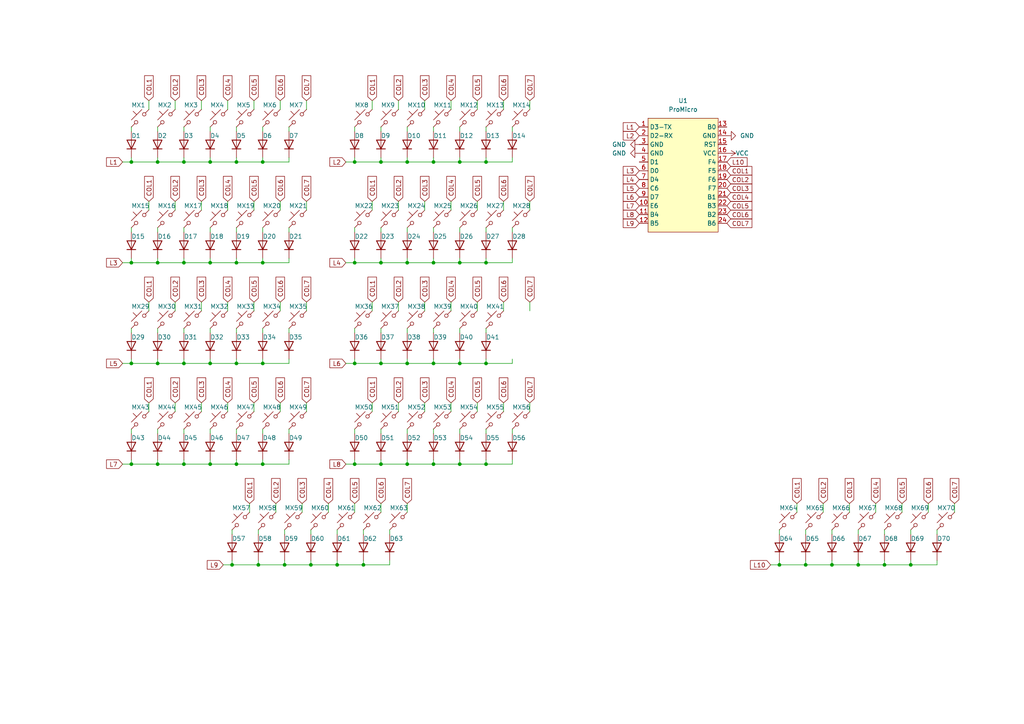
<source format=kicad_sch>
(kicad_sch (version 20230121) (generator eeschema)
  (paper "A4")
  (junction (at 133.35 105.41))
  (junction (at 125.73 76.2))
  (junction (at 82.55 163.83))
  (junction (at 125.73 46.99))
  (junction (at 76.2 134.62))
  (junction (at 133.35 76.2))
  (junction (at 264.16 163.83))
  (junction (at 110.49 46.99))
  (junction (at 53.34 105.41))
  (junction (at 102.87 76.2))
  (junction (at 76.2 105.41))
  (junction (at 45.72 46.99))
  (junction (at 45.72 105.41))
  (junction (at 125.73 134.62))
  (junction (at 60.96 105.41))
  (junction (at 38.1 46.99))
  (junction (at 102.87 46.99))
  (junction (at 60.96 46.99))
  (junction (at 133.35 46.99))
  (junction (at 241.3 163.83))
  (junction (at 118.11 76.2))
  (junction (at 45.72 76.2))
  (junction (at 45.72 134.62))
  (junction (at 248.92 163.83))
  (junction (at 76.2 46.99))
  (junction (at 68.58 105.41))
  (junction (at 60.96 134.62))
  (junction (at 140.97 134.62))
  (junction (at 233.68 163.83))
  (junction (at 38.1 76.2))
  (junction (at 97.79 163.83))
  (junction (at 68.58 46.99))
  (junction (at 140.97 76.2))
  (junction (at 226.06 163.83))
  (junction (at 53.34 76.2))
  (junction (at 140.97 105.41))
  (junction (at 110.49 76.2))
  (junction (at 105.41 163.83))
  (junction (at 60.96 76.2))
  (junction (at 110.49 134.62))
  (junction (at 118.11 134.62))
  (junction (at 110.49 105.41))
  (junction (at 118.11 105.41))
  (junction (at 102.87 105.41))
  (junction (at 67.31 163.83))
  (junction (at 53.34 134.62))
  (junction (at 133.35 134.62))
  (junction (at 90.17 163.83))
  (junction (at 256.54 163.83))
  (junction (at 102.87 134.62))
  (junction (at 68.58 76.2))
  (junction (at 53.34 46.99))
  (junction (at 68.58 134.62))
  (junction (at 74.93 163.83))
  (junction (at 38.1 134.62))
  (junction (at 118.11 46.99))
  (junction (at 76.2 76.2))
  (junction (at 38.1 105.41))
  (junction (at 140.97 46.99))
  (junction (at 125.73 105.41))
  (wire (pts (xy 58.42 116.84) (xy 58.42 119.38)))
  (wire (pts (xy 88.9 116.84) (xy 88.9 119.38)))
  (wire (pts (xy 130.81 87.63) (xy 130.81 90.17)))
  (wire (pts (xy 45.72 45.72) (xy 45.72 46.99)))
  (wire (pts (xy 133.35 46.99) (xy 140.97 46.99)))
  (wire (pts (xy 81.28 116.84) (xy 81.28 119.38)))
  (wire (pts (xy 53.34 105.41) (xy 60.96 105.41)))
  (wire (pts (xy 123.19 29.21) (xy 123.19 31.75)))
  (wire (pts (xy 74.93 153.67) (xy 74.93 154.94)))
  (wire (pts (xy 90.17 153.67) (xy 90.17 154.94)))
  (wire (pts (xy 76.2 45.72) (xy 76.2 46.99)))
  (wire (pts (xy 133.35 45.72) (xy 133.35 46.99)))
  (wire (pts (xy 53.34 36.83) (xy 53.34 38.1)))
  (wire (pts (xy 231.14 146.05) (xy 231.14 148.59)))
  (wire (pts (xy 133.35 66.04) (xy 133.35 67.31)))
  (wire (pts (xy 148.59 74.93) (xy 148.59 76.2)))
  (wire (pts (xy 110.49 46.99) (xy 118.11 46.99)))
  (wire (pts (xy 133.35 76.2) (xy 140.97 76.2)))
  (wire (pts (xy 95.25 146.05) (xy 95.25 148.59)))
  (wire (pts (xy 248.92 162.56) (xy 248.92 163.83)))
  (wire (pts (xy 125.73 133.35) (xy 125.73 134.62)))
  (wire (pts (xy 82.55 153.67) (xy 82.55 154.94)))
  (wire (pts (xy 82.55 163.83) (xy 90.17 163.83)))
  (wire (pts (xy 97.79 162.56) (xy 97.79 163.83)))
  (wire (pts (xy 53.34 46.99) (xy 60.96 46.99)))
  (wire (pts (xy 53.34 133.35) (xy 53.34 134.62)))
  (wire (pts (xy 38.1 36.83) (xy 38.1 38.1)))
  (wire (pts (xy 110.49 45.72) (xy 110.49 46.99)))
  (wire (pts (xy 107.95 58.42) (xy 107.95 60.96)))
  (wire (pts (xy 264.16 162.56) (xy 264.16 163.83)))
  (wire (pts (xy 140.97 104.14) (xy 140.97 105.41)))
  (wire (pts (xy 133.35 134.62) (xy 140.97 134.62)))
  (wire (pts (xy 97.79 153.67) (xy 97.79 154.94)))
  (wire (pts (xy 45.72 36.83) (xy 45.72 38.1)))
  (wire (pts (xy 248.92 163.83) (xy 256.54 163.83)))
  (wire (pts (xy 66.04 58.42) (xy 66.04 60.96)))
  (wire (pts (xy 264.16 163.83) (xy 271.78 163.83)))
  (wire (pts (xy 125.73 76.2) (xy 133.35 76.2)))
  (wire (pts (xy 140.97 105.41) (xy 148.59 105.41)))
  (wire (pts (xy 83.82 133.35) (xy 83.82 134.62)))
  (wire (pts (xy 153.67 58.42) (xy 153.67 60.96)))
  (wire (pts (xy 113.03 153.67) (xy 113.03 154.94)))
  (wire (pts (xy 102.87 66.04) (xy 102.87 67.31)))
  (wire (pts (xy 271.78 153.67) (xy 271.78 154.94)))
  (wire (pts (xy 115.57 116.84) (xy 115.57 119.38)))
  (wire (pts (xy 264.16 153.67) (xy 264.16 154.94)))
  (wire (pts (xy 107.95 116.84) (xy 107.95 119.38)))
  (wire (pts (xy 146.05 29.21) (xy 146.05 31.75)))
  (wire (pts (xy 223.52 163.83) (xy 226.06 163.83)))
  (wire (pts (xy 68.58 134.62) (xy 76.2 134.62)))
  (wire (pts (xy 100.33 105.41) (xy 102.87 105.41)))
  (wire (pts (xy 53.34 124.46) (xy 53.34 125.73)))
  (wire (pts (xy 76.2 104.14) (xy 76.2 105.41)))
  (wire (pts (xy 68.58 46.99) (xy 76.2 46.99)))
  (wire (pts (xy 118.11 95.25) (xy 118.11 96.52)))
  (wire (pts (xy 241.3 162.56) (xy 241.3 163.83)))
  (wire (pts (xy 233.68 153.67) (xy 233.68 154.94)))
  (wire (pts (xy 102.87 134.62) (xy 110.49 134.62)))
  (wire (pts (xy 38.1 76.2) (xy 45.72 76.2)))
  (wire (pts (xy 138.43 29.21) (xy 138.43 31.75)))
  (wire (pts (xy 140.97 36.83) (xy 140.97 38.1)))
  (wire (pts (xy 118.11 146.05) (xy 118.11 148.59)))
  (wire (pts (xy 123.19 58.42) (xy 123.19 60.96)))
  (wire (pts (xy 35.56 134.62) (xy 38.1 134.62)))
  (wire (pts (xy 125.73 66.04) (xy 125.73 67.31)))
  (wire (pts (xy 67.31 163.83) (xy 74.93 163.83)))
  (wire (pts (xy 76.2 66.04) (xy 76.2 67.31)))
  (wire (pts (xy 256.54 153.67) (xy 256.54 154.94)))
  (wire (pts (xy 248.92 153.67) (xy 248.92 154.94)))
  (wire (pts (xy 261.62 146.05) (xy 261.62 148.59)))
  (wire (pts (xy 138.43 58.42) (xy 138.43 60.96)))
  (wire (pts (xy 35.56 46.99) (xy 38.1 46.99)))
  (wire (pts (xy 233.68 162.56) (xy 233.68 163.83)))
  (wire (pts (xy 45.72 46.99) (xy 53.34 46.99)))
  (wire (pts (xy 102.87 124.46) (xy 102.87 125.73)))
  (wire (pts (xy 148.59 124.46) (xy 148.59 125.73)))
  (wire (pts (xy 68.58 45.72) (xy 68.58 46.99)))
  (wire (pts (xy 68.58 76.2) (xy 76.2 76.2)))
  (wire (pts (xy 60.96 36.83) (xy 60.96 38.1)))
  (wire (pts (xy 100.33 134.62) (xy 102.87 134.62)))
  (wire (pts (xy 83.82 66.04) (xy 83.82 67.31)))
  (wire (pts (xy 125.73 124.46) (xy 125.73 125.73)))
  (wire (pts (xy 68.58 105.41) (xy 76.2 105.41)))
  (wire (pts (xy 148.59 133.35) (xy 148.59 134.62)))
  (wire (pts (xy 88.9 58.42) (xy 88.9 60.96)))
  (wire (pts (xy 83.82 74.93) (xy 83.82 76.2)))
  (wire (pts (xy 38.1 124.46) (xy 38.1 125.73)))
  (wire (pts (xy 50.8 58.42) (xy 50.8 60.96)))
  (wire (pts (xy 76.2 74.93) (xy 76.2 76.2)))
  (wire (pts (xy 110.49 104.14) (xy 110.49 105.41)))
  (wire (pts (xy 60.96 66.04) (xy 60.96 67.31)))
  (wire (pts (xy 133.35 74.93) (xy 133.35 76.2)))
  (wire (pts (xy 74.93 162.56) (xy 74.93 163.83)))
  (wire (pts (xy 102.87 95.25) (xy 102.87 96.52)))
  (wire (pts (xy 43.18 29.21) (xy 43.18 31.75)))
  (wire (pts (xy 140.97 134.62) (xy 148.59 134.62)))
  (wire (pts (xy 118.11 134.62) (xy 125.73 134.62)))
  (wire (pts (xy 102.87 74.93) (xy 102.87 76.2)))
  (wire (pts (xy 125.73 74.93) (xy 125.73 76.2)))
  (wire (pts (xy 140.97 45.72) (xy 140.97 46.99)))
  (wire (pts (xy 60.96 74.93) (xy 60.96 76.2)))
  (wire (pts (xy 60.96 124.46) (xy 60.96 125.73)))
  (wire (pts (xy 110.49 133.35) (xy 110.49 134.62)))
  (wire (pts (xy 58.42 29.21) (xy 58.42 31.75)))
  (wire (pts (xy 113.03 162.56) (xy 113.03 163.83)))
  (wire (pts (xy 241.3 163.83) (xy 248.92 163.83)))
  (wire (pts (xy 226.06 153.67) (xy 226.06 154.94)))
  (wire (pts (xy 43.18 116.84) (xy 43.18 119.38)))
  (wire (pts (xy 66.04 116.84) (xy 66.04 119.38)))
  (wire (pts (xy 123.19 87.63) (xy 123.19 90.17)))
  (wire (pts (xy 110.49 95.25) (xy 110.49 96.52)))
  (wire (pts (xy 125.73 95.25) (xy 125.73 96.52)))
  (wire (pts (xy 60.96 104.14) (xy 60.96 105.41)))
  (wire (pts (xy 118.11 74.93) (xy 118.11 76.2)))
  (wire (pts (xy 68.58 74.93) (xy 68.58 76.2)))
  (wire (pts (xy 102.87 45.72) (xy 102.87 46.99)))
  (wire (pts (xy 53.34 76.2) (xy 60.96 76.2)))
  (wire (pts (xy 87.63 146.05) (xy 87.63 148.59)))
  (wire (pts (xy 45.72 74.93) (xy 45.72 76.2)))
  (wire (pts (xy 133.35 104.14) (xy 133.35 105.41)))
  (wire (pts (xy 105.41 162.56) (xy 105.41 163.83)))
  (wire (pts (xy 50.8 116.84) (xy 50.8 119.38)))
  (wire (pts (xy 50.8 29.21) (xy 50.8 31.75)))
  (wire (pts (xy 138.43 87.63) (xy 138.43 90.17)))
  (wire (pts (xy 60.96 46.99) (xy 68.58 46.99)))
  (wire (pts (xy 269.24 146.05) (xy 269.24 148.59)))
  (wire (pts (xy 256.54 162.56) (xy 256.54 163.83)))
  (wire (pts (xy 80.01 146.05) (xy 80.01 148.59)))
  (wire (pts (xy 45.72 76.2) (xy 53.34 76.2)))
  (wire (pts (xy 153.67 87.63) (xy 153.67 90.17)))
  (wire (pts (xy 38.1 66.04) (xy 38.1 67.31)))
  (wire (pts (xy 60.96 133.35) (xy 60.96 134.62)))
  (wire (pts (xy 110.49 134.62) (xy 118.11 134.62)))
  (wire (pts (xy 53.34 95.25) (xy 53.34 96.52)))
  (wire (pts (xy 226.06 162.56) (xy 226.06 163.83)))
  (wire (pts (xy 73.66 58.42) (xy 73.66 60.96)))
  (wire (pts (xy 64.77 163.83) (xy 67.31 163.83)))
  (wire (pts (xy 118.11 45.72) (xy 118.11 46.99)))
  (wire (pts (xy 60.96 95.25) (xy 60.96 96.52)))
  (wire (pts (xy 125.73 104.14) (xy 125.73 105.41)))
  (wire (pts (xy 58.42 87.63) (xy 58.42 90.17)))
  (wire (pts (xy 118.11 36.83) (xy 118.11 38.1)))
  (wire (pts (xy 110.49 66.04) (xy 110.49 67.31)))
  (wire (pts (xy 140.97 66.04) (xy 140.97 67.31)))
  (wire (pts (xy 125.73 105.41) (xy 133.35 105.41)))
  (wire (pts (xy 83.82 95.25) (xy 83.82 96.52)))
  (wire (pts (xy 148.59 104.14) (xy 148.59 105.41)))
  (wire (pts (xy 82.55 162.56) (xy 82.55 163.83)))
  (wire (pts (xy 76.2 105.41) (xy 83.82 105.41)))
  (wire (pts (xy 68.58 133.35) (xy 68.58 134.62)))
  (wire (pts (xy 53.34 66.04) (xy 53.34 67.31)))
  (wire (pts (xy 45.72 95.25) (xy 45.72 96.52)))
  (wire (pts (xy 146.05 58.42) (xy 146.05 60.96)))
  (wire (pts (xy 105.41 153.67) (xy 105.41 154.94)))
  (wire (pts (xy 130.81 58.42) (xy 130.81 60.96)))
  (wire (pts (xy 140.97 95.25) (xy 140.97 96.52)))
  (wire (pts (xy 83.82 45.72) (xy 83.82 46.99)))
  (wire (pts (xy 38.1 95.25) (xy 38.1 96.52)))
  (wire (pts (xy 102.87 104.14) (xy 102.87 105.41)))
  (wire (pts (xy 76.2 46.99) (xy 83.82 46.99)))
  (wire (pts (xy 226.06 163.83) (xy 233.68 163.83)))
  (wire (pts (xy 66.04 87.63) (xy 66.04 90.17)))
  (wire (pts (xy 45.72 66.04) (xy 45.72 67.31)))
  (wire (pts (xy 102.87 105.41) (xy 110.49 105.41)))
  (wire (pts (xy 88.9 29.21) (xy 88.9 31.75)))
  (wire (pts (xy 140.97 76.2) (xy 148.59 76.2)))
  (wire (pts (xy 238.76 146.05) (xy 238.76 148.59)))
  (wire (pts (xy 60.96 134.62) (xy 68.58 134.62)))
  (wire (pts (xy 68.58 104.14) (xy 68.58 105.41)))
  (wire (pts (xy 133.35 105.41) (xy 140.97 105.41)))
  (wire (pts (xy 88.9 87.63) (xy 88.9 90.17)))
  (wire (pts (xy 66.04 29.21) (xy 66.04 31.75)))
  (wire (pts (xy 107.95 29.21) (xy 107.95 31.75)))
  (wire (pts (xy 256.54 163.83) (xy 264.16 163.83)))
  (wire (pts (xy 110.49 74.93) (xy 110.49 76.2)))
  (wire (pts (xy 50.8 87.63) (xy 50.8 90.17)))
  (wire (pts (xy 45.72 105.41) (xy 53.34 105.41)))
  (wire (pts (xy 118.11 104.14) (xy 118.11 105.41)))
  (wire (pts (xy 76.2 36.83) (xy 76.2 38.1)))
  (wire (pts (xy 53.34 45.72) (xy 53.34 46.99)))
  (wire (pts (xy 90.17 163.83) (xy 97.79 163.83)))
  (wire (pts (xy 146.05 116.84) (xy 146.05 119.38)))
  (wire (pts (xy 60.96 105.41) (xy 68.58 105.41)))
  (wire (pts (xy 35.56 76.2) (xy 38.1 76.2)))
  (wire (pts (xy 76.2 133.35) (xy 76.2 134.62)))
  (wire (pts (xy 38.1 46.99) (xy 45.72 46.99)))
  (wire (pts (xy 153.67 116.84) (xy 153.67 119.38)))
  (wire (pts (xy 233.68 163.83) (xy 241.3 163.83)))
  (wire (pts (xy 115.57 87.63) (xy 115.57 90.17)))
  (wire (pts (xy 83.82 124.46) (xy 83.82 125.73)))
  (wire (pts (xy 276.86 146.05) (xy 276.86 148.59)))
  (wire (pts (xy 53.34 74.93) (xy 53.34 76.2)))
  (wire (pts (xy 76.2 124.46) (xy 76.2 125.73)))
  (wire (pts (xy 110.49 105.41) (xy 118.11 105.41)))
  (wire (pts (xy 81.28 58.42) (xy 81.28 60.96)))
  (wire (pts (xy 100.33 46.99) (xy 102.87 46.99)))
  (wire (pts (xy 81.28 29.21) (xy 81.28 31.75)))
  (wire (pts (xy 90.17 162.56) (xy 90.17 163.83)))
  (wire (pts (xy 153.67 29.21) (xy 153.67 31.75)))
  (wire (pts (xy 83.82 104.14) (xy 83.82 105.41)))
  (wire (pts (xy 271.78 162.56) (xy 271.78 163.83)))
  (wire (pts (xy 118.11 105.41) (xy 125.73 105.41)))
  (wire (pts (xy 241.3 153.67) (xy 241.3 154.94)))
  (wire (pts (xy 38.1 45.72) (xy 38.1 46.99)))
  (wire (pts (xy 53.34 104.14) (xy 53.34 105.41)))
  (wire (pts (xy 123.19 116.84) (xy 123.19 119.38)))
  (wire (pts (xy 83.82 36.83) (xy 83.82 38.1)))
  (wire (pts (xy 110.49 124.46) (xy 110.49 125.73)))
  (wire (pts (xy 68.58 36.83) (xy 68.58 38.1)))
  (wire (pts (xy 118.11 46.99) (xy 125.73 46.99)))
  (wire (pts (xy 45.72 124.46) (xy 45.72 125.73)))
  (wire (pts (xy 73.66 29.21) (xy 73.66 31.75)))
  (wire (pts (xy 110.49 146.05) (xy 110.49 148.59)))
  (wire (pts (xy 102.87 76.2) (xy 110.49 76.2)))
  (wire (pts (xy 38.1 74.93) (xy 38.1 76.2)))
  (wire (pts (xy 73.66 87.63) (xy 73.66 90.17)))
  (wire (pts (xy 125.73 45.72) (xy 125.73 46.99)))
  (wire (pts (xy 115.57 29.21) (xy 115.57 31.75)))
  (wire (pts (xy 102.87 46.99) (xy 110.49 46.99)))
  (wire (pts (xy 81.28 87.63) (xy 81.28 90.17)))
  (wire (pts (xy 125.73 46.99) (xy 133.35 46.99)))
  (wire (pts (xy 140.97 133.35) (xy 140.97 134.62)))
  (wire (pts (xy 133.35 133.35) (xy 133.35 134.62)))
  (wire (pts (xy 102.87 146.05) (xy 102.87 148.59)))
  (wire (pts (xy 58.42 58.42) (xy 58.42 60.96)))
  (wire (pts (xy 45.72 104.14) (xy 45.72 105.41)))
  (wire (pts (xy 133.35 36.83) (xy 133.35 38.1)))
  (wire (pts (xy 105.41 163.83) (xy 113.03 163.83)))
  (wire (pts (xy 133.35 124.46) (xy 133.35 125.73)))
  (wire (pts (xy 67.31 162.56) (xy 67.31 163.83)))
  (wire (pts (xy 125.73 134.62) (xy 133.35 134.62)))
  (wire (pts (xy 133.35 95.25) (xy 133.35 96.52)))
  (wire (pts (xy 38.1 133.35) (xy 38.1 134.62)))
  (wire (pts (xy 148.59 45.72) (xy 148.59 46.99)))
  (wire (pts (xy 100.33 76.2) (xy 102.87 76.2)))
  (wire (pts (xy 110.49 76.2) (xy 118.11 76.2)))
  (wire (pts (xy 45.72 133.35) (xy 45.72 134.62)))
  (wire (pts (xy 68.58 66.04) (xy 68.58 67.31)))
  (wire (pts (xy 148.59 66.04) (xy 148.59 67.31)))
  (wire (pts (xy 125.73 36.83) (xy 125.73 38.1)))
  (wire (pts (xy 118.11 124.46) (xy 118.11 125.73)))
  (wire (pts (xy 140.97 74.93) (xy 140.97 76.2)))
  (wire (pts (xy 102.87 133.35) (xy 102.87 134.62)))
  (wire (pts (xy 118.11 66.04) (xy 118.11 67.31)))
  (wire (pts (xy 60.96 76.2) (xy 68.58 76.2)))
  (wire (pts (xy 60.96 45.72) (xy 60.96 46.99)))
  (wire (pts (xy 43.18 87.63) (xy 43.18 90.17)))
  (wire (pts (xy 67.31 153.67) (xy 67.31 154.94)))
  (wire (pts (xy 130.81 116.84) (xy 130.81 119.38)))
  (wire (pts (xy 76.2 76.2) (xy 83.82 76.2)))
  (wire (pts (xy 148.59 36.83) (xy 148.59 38.1)))
  (wire (pts (xy 110.49 36.83) (xy 110.49 38.1)))
  (wire (pts (xy 115.57 58.42) (xy 115.57 60.96)))
  (wire (pts (xy 45.72 134.62) (xy 53.34 134.62)))
  (wire (pts (xy 68.58 95.25) (xy 68.58 96.52)))
  (wire (pts (xy 254 146.05) (xy 254 148.59)))
  (wire (pts (xy 35.56 105.41) (xy 38.1 105.41)))
  (wire (pts (xy 76.2 95.25) (xy 76.2 96.52)))
  (wire (pts (xy 138.43 116.84) (xy 138.43 119.38)))
  (wire (pts (xy 146.05 87.63) (xy 146.05 90.17)))
  (wire (pts (xy 107.95 87.63) (xy 107.95 90.17)))
  (wire (pts (xy 118.11 76.2) (xy 125.73 76.2)))
  (wire (pts (xy 97.79 163.83) (xy 105.41 163.83)))
  (wire (pts (xy 53.34 134.62) (xy 60.96 134.62)))
  (wire (pts (xy 102.87 36.83) (xy 102.87 38.1)))
  (wire (pts (xy 140.97 46.99) (xy 148.59 46.99)))
  (wire (pts (xy 38.1 134.62) (xy 45.72 134.62)))
  (wire (pts (xy 38.1 105.41) (xy 45.72 105.41)))
  (wire (pts (xy 43.18 58.42) (xy 43.18 60.96)))
  (wire (pts (xy 76.2 134.62) (xy 83.82 134.62)))
  (wire (pts (xy 130.81 29.21) (xy 130.81 31.75)))
  (wire (pts (xy 118.11 133.35) (xy 118.11 134.62)))
  (wire (pts (xy 68.58 124.46) (xy 68.58 125.73)))
  (wire (pts (xy 140.97 124.46) (xy 140.97 125.73)))
  (wire (pts (xy 73.66 116.84) (xy 73.66 119.38)))
  (wire (pts (xy 38.1 104.14) (xy 38.1 105.41)))
  (wire (pts (xy 74.93 163.83) (xy 82.55 163.83)))
  (wire (pts (xy 246.38 146.05) (xy 246.38 148.59)))
  (wire (pts (xy 72.39 146.05) (xy 72.39 148.59)))
  (global_label "COL4" (shape input) (at 66.04 29.21 90) (property "Intersheetrefs" "${INTERSHEET_REFS}" (effects hide)))
  (global_label "COL2" (shape input) (at 50.8 87.63 90) (property "Intersheetrefs" "${INTERSHEET_REFS}" (effects hide)))
  (global_label "COL3" (shape input) (at 123.19 116.84 90) (property "Intersheetrefs" "${INTERSHEET_REFS}" (effects hide)))
  (global_label "L2" (shape input) (at 185.42 39.37 180) (property "Intersheetrefs" "${INTERSHEET_REFS}" (effects hide)))
  (global_label "COL7" (shape input) (at 118.11 146.05 90) (property "Intersheetrefs" "${INTERSHEET_REFS}" (effects hide)))
  (global_label "L10" (shape input) (at 223.52 163.83 180) (property "Intersheetrefs" "${INTERSHEET_REFS}" (effects hide)))
  (global_label "COL2" (shape input) (at 115.57 29.21 90) (property "Intersheetrefs" "${INTERSHEET_REFS}" (effects hide)))
  (global_label "COL1" (shape input) (at 210.82 49.53 0) (property "Intersheetrefs" "${INTERSHEET_REFS}" (effects hide)))
  (global_label "COL3" (shape input) (at 58.42 29.21 90) (property "Intersheetrefs" "${INTERSHEET_REFS}" (effects hide)))
  (global_label "L3" (shape input) (at 35.56 76.2 180) (property "Intersheetrefs" "${INTERSHEET_REFS}" (effects hide)))
  (global_label "COL4" (shape input) (at 130.81 87.63 90) (property "Intersheetrefs" "${INTERSHEET_REFS}" (effects hide)))
  (global_label "L10" (shape input) (at 210.82 46.99 0) (property "Intersheetrefs" "${INTERSHEET_REFS}" (effects hide)))
  (global_label "COL6" (shape input) (at 81.28 29.21 90) (property "Intersheetrefs" "${INTERSHEET_REFS}" (effects hide)))
  (global_label "COL5" (shape input) (at 73.66 29.21 90) (property "Intersheetrefs" "${INTERSHEET_REFS}" (effects hide)))
  (global_label "COL7" (shape input) (at 153.67 87.63 90) (property "Intersheetrefs" "${INTERSHEET_REFS}" (effects hide)))
  (global_label "COL2" (shape input) (at 238.76 146.05 90) (property "Intersheetrefs" "${INTERSHEET_REFS}" (effects hide)))
  (global_label "COL6" (shape input) (at 146.05 116.84 90) (property "Intersheetrefs" "${INTERSHEET_REFS}" (effects hide)))
  (global_label "COL5" (shape input) (at 138.43 116.84 90) (property "Intersheetrefs" "${INTERSHEET_REFS}" (effects hide)))
  (global_label "COL4" (shape input) (at 66.04 116.84 90) (property "Intersheetrefs" "${INTERSHEET_REFS}" (effects hide)))
  (global_label "COL1" (shape input) (at 107.95 58.42 90) (property "Intersheetrefs" "${INTERSHEET_REFS}" (effects hide)))
  (global_label "COL7" (shape input) (at 153.67 58.42 90) (property "Intersheetrefs" "${INTERSHEET_REFS}" (effects hide)))
  (global_label "L4" (shape input) (at 100.33 76.2 180) (property "Intersheetrefs" "${INTERSHEET_REFS}" (effects hide)))
  (global_label "COL1" (shape input) (at 107.95 87.63 90) (property "Intersheetrefs" "${INTERSHEET_REFS}" (effects hide)))
  (global_label "L4" (shape input) (at 185.42 52.07 180) (property "Intersheetrefs" "${INTERSHEET_REFS}" (effects hide)))
  (global_label "COL5" (shape input) (at 138.43 29.21 90) (property "Intersheetrefs" "${INTERSHEET_REFS}" (effects hide)))
  (global_label "COL1" (shape input) (at 107.95 29.21 90) (property "Intersheetrefs" "${INTERSHEET_REFS}" (effects hide)))
  (global_label "COL3" (shape input) (at 58.42 58.42 90) (property "Intersheetrefs" "${INTERSHEET_REFS}" (effects hide)))
  (global_label "COL7" (shape input) (at 88.9 58.42 90) (property "Intersheetrefs" "${INTERSHEET_REFS}" (effects hide)))
  (global_label "COL4" (shape input) (at 254 146.05 90) (property "Intersheetrefs" "${INTERSHEET_REFS}" (effects hide)))
  (global_label "COL7" (shape input) (at 210.82 64.77 0) (property "Intersheetrefs" "${INTERSHEET_REFS}" (effects hide)))
  (global_label "COL2" (shape input) (at 50.8 58.42 90) (property "Intersheetrefs" "${INTERSHEET_REFS}" (effects hide)))
  (global_label "COL3" (shape input) (at 123.19 29.21 90) (property "Intersheetrefs" "${INTERSHEET_REFS}" (effects hide)))
  (global_label "COL6" (shape input) (at 110.49 146.05 90) (property "Intersheetrefs" "${INTERSHEET_REFS}" (effects hide)))
  (global_label "COL5" (shape input) (at 73.66 116.84 90) (property "Intersheetrefs" "${INTERSHEET_REFS}" (effects hide)))
  (global_label "COL6" (shape input) (at 81.28 116.84 90) (property "Intersheetrefs" "${INTERSHEET_REFS}" (effects hide)))
  (global_label "COL5" (shape input) (at 261.62 146.05 90) (property "Intersheetrefs" "${INTERSHEET_REFS}" (effects hide)))
  (global_label "COL4" (shape input) (at 95.25 146.05 90) (property "Intersheetrefs" "${INTERSHEET_REFS}" (effects hide)))
  (global_label "COL1" (shape input) (at 43.18 58.42 90) (property "Intersheetrefs" "${INTERSHEET_REFS}" (effects hide)))
  (global_label "L6" (shape input) (at 100.33 105.41 180) (property "Intersheetrefs" "${INTERSHEET_REFS}" (effects hide)))
  (global_label "COL6" (shape input) (at 210.82 62.23 0) (property "Intersheetrefs" "${INTERSHEET_REFS}" (effects hide)))
  (global_label "L1" (shape input) (at 35.56 46.99 180) (property "Intersheetrefs" "${INTERSHEET_REFS}" (effects hide)))
  (global_label "COL4" (shape input) (at 130.81 116.84 90) (property "Intersheetrefs" "${INTERSHEET_REFS}" (effects hide)))
  (global_label "COL4" (shape input) (at 130.81 29.21 90) (property "Intersheetrefs" "${INTERSHEET_REFS}" (effects hide)))
  (global_label "COL7" (shape input) (at 88.9 116.84 90) (property "Intersheetrefs" "${INTERSHEET_REFS}" (effects hide)))
  (global_label "COL3" (shape input) (at 123.19 58.42 90) (property "Intersheetrefs" "${INTERSHEET_REFS}" (effects hide)))
  (global_label "COL5" (shape input) (at 210.82 59.69 0) (property "Intersheetrefs" "${INTERSHEET_REFS}" (effects hide)))
  (global_label "L6" (shape input) (at 185.42 57.15 180) (property "Intersheetrefs" "${INTERSHEET_REFS}" (effects hide)))
  (global_label "COL6" (shape input) (at 269.24 146.05 90) (property "Intersheetrefs" "${INTERSHEET_REFS}" (effects hide)))
  (global_label "L5" (shape input) (at 185.42 54.61 180) (property "Intersheetrefs" "${INTERSHEET_REFS}" (effects hide)))
  (global_label "L9" (shape input) (at 185.42 64.77 180) (property "Intersheetrefs" "${INTERSHEET_REFS}" (effects hide)))
  (global_label "COL1" (shape input) (at 43.18 116.84 90) (property "Intersheetrefs" "${INTERSHEET_REFS}" (effects hide)))
  (global_label "COL2" (shape input) (at 80.01 146.05 90) (property "Intersheetrefs" "${INTERSHEET_REFS}" (effects hide)))
  (global_label "L7" (shape input) (at 35.56 134.62 180) (property "Intersheetrefs" "${INTERSHEET_REFS}" (effects hide)))
  (global_label "COL3" (shape input) (at 58.42 87.63 90) (property "Intersheetrefs" "${INTERSHEET_REFS}" (effects hide)))
  (global_label "COL2" (shape input) (at 115.57 87.63 90) (property "Intersheetrefs" "${INTERSHEET_REFS}" (effects hide)))
  (global_label "COL2" (shape input) (at 210.82 52.07 0) (property "Intersheetrefs" "${INTERSHEET_REFS}" (effects hide)))
  (global_label "L2" (shape input) (at 100.33 46.99 180) (property "Intersheetrefs" "${INTERSHEET_REFS}" (effects hide)))
  (global_label "COL7" (shape input) (at 153.67 116.84 90) (property "Intersheetrefs" "${INTERSHEET_REFS}" (effects hide)))
  (global_label "COL2" (shape input) (at 50.8 116.84 90) (property "Intersheetrefs" "${INTERSHEET_REFS}" (effects hide)))
  (global_label "COL6" (shape input) (at 146.05 87.63 90) (property "Intersheetrefs" "${INTERSHEET_REFS}" (effects hide)))
  (global_label "COL1" (shape input) (at 72.39 146.05 90) (property "Intersheetrefs" "${INTERSHEET_REFS}" (effects hide)))
  (global_label "L5" (shape input) (at 35.56 105.41 180) (property "Intersheetrefs" "${INTERSHEET_REFS}" (effects hide)))
  (global_label "L3" (shape input) (at 185.42 49.53 180) (property "Intersheetrefs" "${INTERSHEET_REFS}" (effects hide)))
  (global_label "COL3" (shape input) (at 58.42 116.84 90) (property "Intersheetrefs" "${INTERSHEET_REFS}" (effects hide)))
  (global_label "COL4" (shape input) (at 66.04 58.42 90) (property "Intersheetrefs" "${INTERSHEET_REFS}" (effects hide)))
  (global_label "COL6" (shape input) (at 146.05 29.21 90) (property "Intersheetrefs" "${INTERSHEET_REFS}" (effects hide)))
  (global_label "COL6" (shape input) (at 146.05 58.42 90) (property "Intersheetrefs" "${INTERSHEET_REFS}" (effects hide)))
  (global_label "COL1" (shape input) (at 107.95 116.84 90) (property "Intersheetrefs" "${INTERSHEET_REFS}" (effects hide)))
  (global_label "COL6" (shape input) (at 81.28 87.63 90) (property "Intersheetrefs" "${INTERSHEET_REFS}" (effects hide)))
  (global_label "COL5" (shape input) (at 138.43 58.42 90) (property "Intersheetrefs" "${INTERSHEET_REFS}" (effects hide)))
  (global_label "COL3" (shape input) (at 210.82 54.61 0) (property "Intersheetrefs" "${INTERSHEET_REFS}" (effects hide)))
  (global_label "COL4" (shape input) (at 66.04 87.63 90) (property "Intersheetrefs" "${INTERSHEET_REFS}" (effects hide)))
  (global_label "COL7" (shape input) (at 153.67 29.21 90) (property "Intersheetrefs" "${INTERSHEET_REFS}" (effects hide)))
  (global_label "COL5" (shape input) (at 102.87 146.05 90) (property "Intersheetrefs" "${INTERSHEET_REFS}" (effects hide)))
  (global_label "L7" (shape input) (at 185.42 59.69 180) (property "Intersheetrefs" "${INTERSHEET_REFS}" (effects hide)))
  (global_label "COL5" (shape input) (at 73.66 58.42 90) (property "Intersheetrefs" "${INTERSHEET_REFS}" (effects hide)))
  (global_label "L9" (shape input) (at 64.77 163.83 180) (property "Intersheetrefs" "${INTERSHEET_REFS}" (effects hide)))
  (global_label "COL1" (shape input) (at 43.18 87.63 90) (property "Intersheetrefs" "${INTERSHEET_REFS}" (effects hide)))
  (global_label "COL3" (shape input) (at 87.63 146.05 90) (property "Intersheetrefs" "${INTERSHEET_REFS}" (effects hide)))
  (global_label "COL6" (shape input) (at 81.28 58.42 90) (property "Intersheetrefs" "${INTERSHEET_REFS}" (effects hide)))
  (global_label "COL5" (shape input) (at 73.66 87.63 90) (property "Intersheetrefs" "${INTERSHEET_REFS}" (effects hide)))
  (global_label "COL5" (shape input) (at 138.43 87.63 90) (property "Intersheetrefs" "${INTERSHEET_REFS}" (effects hide)))
  (global_label "COL7" (shape input) (at 88.9 29.21 90) (property "Intersheetrefs" "${INTERSHEET_REFS}" (effects hide)))
  (global_label "L8" (shape input) (at 185.42 62.23 180) (property "Intersheetrefs" "${INTERSHEET_REFS}" (effects hide)))
  (global_label "COL7" (shape input) (at 88.9 87.63 90) (property "Intersheetrefs" "${INTERSHEET_REFS}" (effects hide)))
  (global_label "L1" (shape input) (at 185.42 36.83 180) (property "Intersheetrefs" "${INTERSHEET_REFS}" (effects hide)))
  (global_label "COL3" (shape input) (at 246.38 146.05 90) (property "Intersheetrefs" "${INTERSHEET_REFS}" (effects hide)))
  (global_label "COL2" (shape input) (at 50.8 29.21 90) (property "Intersheetrefs" "${INTERSHEET_REFS}" (effects hide)))
  (global_label "COL2" (shape input) (at 115.57 58.42 90) (property "Intersheetrefs" "${INTERSHEET_REFS}" (effects hide)))
  (global_label "L8" (shape input) (at 100.33 134.62 180) (property "Intersheetrefs" "${INTERSHEET_REFS}" (effects hide)))
  (global_label "COL1" (shape input) (at 231.14 146.05 90) (property "Intersheetrefs" "${INTERSHEET_REFS}" (effects hide)))
  (global_label "COL7" (shape input) (at 276.86 146.05 90) (property "Intersheetrefs" "${INTERSHEET_REFS}" (effects hide)))
  (global_label "COL3" (shape input) (at 123.19 87.63 90) (property "Intersheetrefs" "${INTERSHEET_REFS}" (effects hide)))
  (global_label "COL2" (shape input) (at 115.57 116.84 90) (property "Intersheetrefs" "${INTERSHEET_REFS}" (effects hide)))
  (global_label "COL1" (shape input) (at 43.18 29.21 90) (property "Intersheetrefs" "${INTERSHEET_REFS}" (effects hide)))
  (global_label "COL4" (shape input) (at 210.82 57.15 0) (property "Intersheetrefs" "${INTERSHEET_REFS}" (effects hide)))
  (global_label "COL4" (shape input) (at 130.81 58.42 90) (property "Intersheetrefs" "${INTERSHEET_REFS}" (effects hide)))
  (symbol (lib_id "PCM_marbastlib-mx:MX_SW_solder") (at 135.89 34.29 90) (unit 1)
    (property "Reference" "MX12" (at 133.35 30.48 90) (effects (justify right)))
    (property "Value" "MX_SW_solder" (effects hide))
    (property "Footprint" "_mx:MX-Alps-Hybrid-1U" (effects hide))
  )
  (symbol (lib_id "PCM_marbastlib-mx:MX_SW_solder") (at 259.08 151.13 90) (unit 1)
    (property "Reference" "MX68" (at 256.54 147.32 90) (effects (justify right)))
    (property "Value" "MX_SW_solder" (effects hide))
    (property "Footprint" "_mx:MX-Alps-Hybrid-1U" (effects hide))
  )
  (symbol (lib_id "PCM_marbastlib-mx:MX_SW_solder") (at 63.5 34.29 90) (unit 1)
    (property "Reference" "MX4" (at 60.96 30.48 90) (effects (justify right)))
    (property "Value" "MX_SW_solder" (effects hide))
    (property "Footprint" "_mx:MX-Alps-Hybrid-1U" (effects hide))
  )
  (symbol (lib_id "PCM_marbastlib-mx:MX_SW_solder") (at 71.12 63.5 90) (unit 1)
    (property "Reference" "MX19" (at 68.58 59.69 90) (effects (justify right)))
    (property "Value" "MX_SW_solder" (effects hide))
    (property "Footprint" "_mx:MX-Alps-Hybrid-1U" (effects hide))
  )
  (symbol (lib_id "PCM_marbastlib-mx:MX_SW_solder") (at 143.51 34.29 90) (unit 1)
    (property "Reference" "MX13" (at 140.97 30.48 90) (effects (justify right)))
    (property "Value" "MX_SW_solder" (effects hide))
    (property "Footprint" "_mx:MX-Alps-Hybrid-1U" (effects hide))
  )
  (symbol (lib_id "PCM_marbastlib-mx:MX_SW_solder") (at 77.47 151.13 90) (unit 1)
    (property "Reference" "MX58" (at 74.93 147.32 90) (effects (justify right)))
    (property "Value" "MX_SW_solder" (effects hide))
    (property "Footprint" "_mx:MX-Alps-Hybrid-1.25U" (effects hide))
  )
  (symbol (lib_id "Diode:1N4148") (at 241.3 158.75 90) (unit 1)
    (property "Reference" "D66" (at 241.3 156.21 90) (effects (justify right)))
    (property "Value" "1N4148" (effects hide))
    (property "Footprint" "Diode_THT:D_DO-35_SOD27_P7.62mm_Horizontal" (effects hide))
    (property "Datasheet" "https://assets.nexperia.com/documents/data-sheet/1N4148_1N4448.pdf" (effects hide))
    (property "Sim.Device" "D" (effects hide))
    (property "Sim.Pins" "1=K 2=A" (effects hide))
  )
  (symbol (lib_id "Diode:1N4148") (at 83.82 129.54 90) (unit 1)
    (property "Reference" "D49" (at 83.82 127 90) (effects (justify right)))
    (property "Value" "1N4148" (effects hide))
    (property "Footprint" "Diode_THT:D_DO-35_SOD27_P7.62mm_Horizontal" (effects hide))
    (property "Datasheet" "https://assets.nexperia.com/documents/data-sheet/1N4148_1N4448.pdf" (effects hide))
    (property "Sim.Device" "D" (effects hide))
    (property "Sim.Pins" "1=K 2=A" (effects hide))
  )
  (symbol (lib_id "Diode:1N4148") (at 90.17 158.75 90) (unit 1)
    (property "Reference" "D60" (at 90.17 156.21 90) (effects (justify right)))
    (property "Value" "1N4148" (effects hide))
    (property "Footprint" "Diode_THT:D_DO-35_SOD27_P7.62mm_Horizontal" (effects hide))
    (property "Datasheet" "https://assets.nexperia.com/documents/data-sheet/1N4148_1N4448.pdf" (effects hide))
    (property "Sim.Device" "D" (effects hide))
    (property "Sim.Pins" "1=K 2=A" (effects hide))
  )
  (symbol (lib_id "PCM_marbastlib-mx:MX_SW_solder") (at 143.51 63.5 90) (unit 1)
    (property "Reference" "MX27" (at 140.97 59.69 90) (effects (justify right)))
    (property "Value" "MX_SW_solder" (effects hide))
    (property "Footprint" "_mx:MX-Alps-Hybrid-1U" (effects hide))
  )
  (symbol (lib_id "Diode:1N4148") (at 53.34 71.12 90) (unit 1)
    (property "Reference" "D17" (at 53.34 68.58 90) (effects (justify right)))
    (property "Value" "1N4148" (effects hide))
    (property "Footprint" "Diode_THT:D_DO-35_SOD27_P7.62mm_Horizontal" (effects hide))
    (property "Datasheet" "https://assets.nexperia.com/documents/data-sheet/1N4148_1N4448.pdf" (effects hide))
    (property "Sim.Device" "D" (effects hide))
    (property "Sim.Pins" "1=K 2=A" (effects hide))
  )
  (symbol (lib_id "Diode:1N4148") (at 140.97 129.54 90) (unit 1)
    (property "Reference" "D55" (at 140.97 127 90) (effects (justify right)))
    (property "Value" "1N4148" (effects hide))
    (property "Footprint" "Diode_THT:D_DO-35_SOD27_P7.62mm_Horizontal" (effects hide))
    (property "Datasheet" "https://assets.nexperia.com/documents/data-sheet/1N4148_1N4448.pdf" (effects hide))
    (property "Sim.Device" "D" (effects hide))
    (property "Sim.Pins" "1=K 2=A" (effects hide))
  )
  (symbol (lib_id "PCM_marbastlib-mx:MX_SW_solder") (at 78.74 63.5 90) (unit 1)
    (property "Reference" "MX20" (at 76.2 59.69 90) (effects (justify right)))
    (property "Value" "MX_SW_solder" (effects hide))
    (property "Footprint" "_mx:MX-Alps-Hybrid-1U" (effects hide))
  )
  (symbol (lib_id "PCM_marbastlib-mx:MX_SW_solder") (at 63.5 121.92 90) (unit 1)
    (property "Reference" "MX46" (at 60.96 118.11 90) (effects (justify right)))
    (property "Value" "MX_SW_solder" (effects hide))
    (property "Footprint" "_mx:MX-Alps-Hybrid-1U" (effects hide))
  )
  (symbol (lib_id "Diode:1N4148") (at 38.1 129.54 90) (unit 1)
    (property "Reference" "D43" (at 38.1 127 90) (effects (justify right)))
    (property "Value" "1N4148" (effects hide))
    (property "Footprint" "Diode_THT:D_DO-35_SOD27_P7.62mm_Horizontal" (effects hide))
    (property "Datasheet" "https://assets.nexperia.com/documents/data-sheet/1N4148_1N4448.pdf" (effects hide))
    (property "Sim.Device" "D" (effects hide))
    (property "Sim.Pins" "1=K 2=A" (effects hide))
  )
  (symbol (lib_id "PCM_marbastlib-mx:MX_SW_solder") (at 55.88 92.71 90) (unit 1)
    (property "Reference" "MX31" (at 53.34 88.9 90) (effects (justify right)))
    (property "Value" "MX_SW_solder" (effects hide))
    (property "Footprint" "_mx:MX-Alps-Hybrid-1U" (effects hide))
  )
  (symbol (lib_id "PCM_marbastlib-mx:MX_SW_solder") (at 48.26 34.29 90) (unit 1)
    (property "Reference" "MX2" (at 45.72 30.48 90) (effects (justify right)))
    (property "Value" "MX_SW_solder" (effects hide))
    (property "Footprint" "_mx:MX-Alps-Hybrid-1U" (effects hide))
  )
  (symbol (lib_id "PCM_marbastlib-mx:MX_SW_solder") (at 135.89 92.71 90) (unit 1)
    (property "Reference" "MX40" (at 133.35 88.9 90) (effects (justify right)))
    (property "Value" "MX_SW_solder" (effects hide))
    (property "Footprint" "_mx:MX-Alps-Hybrid-1U" (effects hide))
  )
  (symbol (lib_id "Diode:1N4148") (at 102.87 71.12 90) (unit 1)
    (property "Reference" "D22" (at 102.87 68.58 90) (effects (justify right)))
    (property "Value" "1N4148" (effects hide))
    (property "Footprint" "Diode_THT:D_DO-35_SOD27_P7.62mm_Horizontal" (effects hide))
    (property "Datasheet" "https://assets.nexperia.com/documents/data-sheet/1N4148_1N4448.pdf" (effects hide))
    (property "Sim.Device" "D" (effects hide))
    (property "Sim.Pins" "1=K 2=A" (effects hide))
  )
  (symbol (lib_id "Diode:1N4148") (at 133.35 129.54 90) (unit 1)
    (property "Reference" "D54" (at 133.35 127 90) (effects (justify right)))
    (property "Value" "1N4148" (effects hide))
    (property "Footprint" "Diode_THT:D_DO-35_SOD27_P7.62mm_Horizontal" (effects hide))
    (property "Datasheet" "https://assets.nexperia.com/documents/data-sheet/1N4148_1N4448.pdf" (effects hide))
    (property "Sim.Device" "D" (effects hide))
    (property "Sim.Pins" "1=K 2=A" (effects hide))
  )
  (symbol (lib_id "Diode:1N4148") (at 76.2 100.33 90) (unit 1)
    (property "Reference" "D34" (at 76.2 97.79 90) (effects (justify right)))
    (property "Value" "1N4148" (effects hide))
    (property "Footprint" "Diode_THT:D_DO-35_SOD27_P7.62mm_Horizontal" (effects hide))
    (property "Datasheet" "https://assets.nexperia.com/documents/data-sheet/1N4148_1N4448.pdf" (effects hide))
    (property "Sim.Device" "D" (effects hide))
    (property "Sim.Pins" "1=K 2=A" (effects hide))
  )
  (symbol (lib_id "PCM_marbastlib-mx:MX_SW_solder") (at 85.09 151.13 90) (unit 1)
    (property "Reference" "MX59" (at 82.55 147.32 90) (effects (justify right)))
    (property "Value" "MX_SW_solder" (effects hide))
    (property "Footprint" "_mx:MX-Alps-Hybrid-1.25U" (effects hide))
  )
  (symbol (lib_id "PCM_marbastlib-mx:MX_SW_solder") (at 78.74 121.92 90) (unit 1)
    (property "Reference" "MX48" (at 76.2 118.11 90) (effects (justify right)))
    (property "Value" "MX_SW_solder" (effects hide))
    (property "Footprint" "_mx:MX-Alps-Hybrid-1U" (effects hide))
  )
  (symbol (lib_id "PCM_marbastlib-mx:MX_SW_solder") (at 78.74 34.29 90) (unit 1)
    (property "Reference" "MX6" (at 76.2 30.48 90) (effects (justify right)))
    (property "Value" "MX_SW_solder" (effects hide))
    (property "Footprint" "_mx:MX-Alps-Hybrid-1U" (effects hide))
  )
  (symbol (lib_id "Diode:1N4148") (at 76.2 129.54 90) (unit 1)
    (property "Reference" "D48" (at 76.2 127 90) (effects (justify right)))
    (property "Value" "1N4148" (effects hide))
    (property "Footprint" "Diode_THT:D_DO-35_SOD27_P7.62mm_Horizontal" (effects hide))
    (property "Datasheet" "https://assets.nexperia.com/documents/data-sheet/1N4148_1N4448.pdf" (effects hide))
    (property "Sim.Device" "D" (effects hide))
    (property "Sim.Pins" "1=K 2=A" (effects hide))
  )
  (symbol (lib_id "PCM_marbastlib-mx:MX_SW_solder") (at 151.13 63.5 90) (unit 1)
    (property "Reference" "MX28" (at 148.59 59.69 90) (effects (justify right)))
    (property "Value" "MX_SW_solder" (effects hide))
    (property "Footprint" "_mx:MX-Alps-Hybrid-1U" (effects hide))
  )
  (symbol (lib_id "Diode:1N4148") (at 148.59 71.12 90) (unit 1)
    (property "Reference" "D28" (at 148.59 68.58 90) (effects (justify right)))
    (property "Value" "1N4148" (effects hide))
    (property "Footprint" "Diode_THT:D_DO-35_SOD27_P7.62mm_Horizontal" (effects hide))
    (property "Datasheet" "https://assets.nexperia.com/documents/data-sheet/1N4148_1N4448.pdf" (effects hide))
    (property "Sim.Device" "D" (effects hide))
    (property "Sim.Pins" "1=K 2=A" (effects hide))
  )
  (symbol (lib_id "Diode:1N4148") (at 125.73 71.12 90) (unit 1)
    (property "Reference" "D25" (at 125.73 68.58 90) (effects (justify right)))
    (property "Value" "1N4148" (effects hide))
    (property "Footprint" "Diode_THT:D_DO-35_SOD27_P7.62mm_Horizontal" (effects hide))
    (property "Datasheet" "https://assets.nexperia.com/documents/data-sheet/1N4148_1N4448.pdf" (effects hide))
    (property "Sim.Device" "D" (effects hide))
    (property "Sim.Pins" "1=K 2=A" (effects hide))
  )
  (symbol (lib_id "Diode:1N4148") (at 118.11 129.54 90) (unit 1)
    (property "Reference" "D52" (at 118.11 127 90) (effects (justify right)))
    (property "Value" "1N4148" (effects hide))
    (property "Footprint" "Diode_THT:D_DO-35_SOD27_P7.62mm_Horizontal" (effects hide))
    (property "Datasheet" "https://assets.nexperia.com/documents/data-sheet/1N4148_1N4448.pdf" (effects hide))
    (property "Sim.Device" "D" (effects hide))
    (property "Sim.Pins" "1=K 2=A" (effects hide))
  )
  (symbol (lib_id "Diode:1N4148") (at 45.72 41.91 90) (unit 1)
    (property "Reference" "D2" (at 45.72 39.37 90) (effects (justify right)))
    (property "Value" "1N4148" (effects hide))
    (property "Footprint" "Diode_THT:D_DO-35_SOD27_P7.62mm_Horizontal" (effects hide))
    (property "Datasheet" "https://assets.nexperia.com/documents/data-sheet/1N4148_1N4448.pdf" (effects hide))
    (property "Sim.Device" "D" (effects hide))
    (property "Sim.Pins" "1=K 2=A" (effects hide))
  )
  (symbol (lib_id "PCM_marbastlib-mx:MX_SW_solder") (at 128.27 121.92 90) (unit 1)
    (property "Reference" "MX53" (at 125.73 118.11 90) (effects (justify right)))
    (property "Value" "MX_SW_solder" (effects hide))
    (property "Footprint" "_mx:MX-Alps-Hybrid-1U" (effects hide))
  )
  (symbol (lib_id "PCM_marbastlib-mx:MX_SW_solder") (at 120.65 92.71 90) (unit 1)
    (property "Reference" "MX38" (at 118.11 88.9 90) (effects (justify right)))
    (property "Value" "MX_SW_solder" (effects hide))
    (property "Footprint" "_mx:MX-Alps-Hybrid-1U" (effects hide))
  )
  (symbol (lib_id "power:VCC") (at 210.82 44.45 270) (unit 1)
    (property "Reference" "#PWR04" (effects hide))
    (property "Value" "VCC" (at 213.36 44.45 90) (effects (justify left)))
  )
  (symbol (lib_id "PCM_marbastlib-mx:MX_SW_solder") (at 100.33 151.13 90) (unit 1)
    (property "Reference" "MX61" (at 97.79 147.32 90) (effects (justify right)))
    (property "Value" "MX_SW_solder" (effects hide))
    (property "Footprint" "_mx:MX-Alps-Hybrid-1.25U" (effects hide))
  )
  (symbol (lib_id "Diode:1N4148") (at 53.34 129.54 90) (unit 1)
    (property "Reference" "D45" (at 53.34 127 90) (effects (justify right)))
    (property "Value" "1N4148" (effects hide))
    (property "Footprint" "Diode_THT:D_DO-35_SOD27_P7.62mm_Horizontal" (effects hide))
    (property "Datasheet" "https://assets.nexperia.com/documents/data-sheet/1N4148_1N4448.pdf" (effects hide))
    (property "Sim.Device" "D" (effects hide))
    (property "Sim.Pins" "1=K 2=A" (effects hide))
  )
  (symbol (lib_id "Diode:1N4148") (at 110.49 129.54 90) (unit 1)
    (property "Reference" "D51" (at 110.49 127 90) (effects (justify right)))
    (property "Value" "1N4148" (effects hide))
    (property "Footprint" "Diode_THT:D_DO-35_SOD27_P7.62mm_Horizontal" (effects hide))
    (property "Datasheet" "https://assets.nexperia.com/documents/data-sheet/1N4148_1N4448.pdf" (effects hide))
    (property "Sim.Device" "D" (effects hide))
    (property "Sim.Pins" "1=K 2=A" (effects hide))
  )
  (symbol (lib_id "Diode:1N4148") (at 148.59 41.91 90) (unit 1)
    (property "Reference" "D14" (at 148.59 39.37 90) (effects (justify right)))
    (property "Value" "1N4148" (effects hide))
    (property "Footprint" "Diode_THT:D_DO-35_SOD27_P7.62mm_Horizontal" (effects hide))
    (property "Datasheet" "https://assets.nexperia.com/documents/data-sheet/1N4148_1N4448.pdf" (effects hide))
    (property "Sim.Device" "D" (effects hide))
    (property "Sim.Pins" "1=K 2=A" (effects hide))
  )
  (symbol (lib_id "PCM_marbastlib-mx:MX_SW_solder") (at 151.13 121.92 90) (unit 1)
    (property "Reference" "MX56" (at 148.59 118.11 90) (effects (justify right)))
    (property "Value" "MX_SW_solder" (effects hide))
    (property "Footprint" "_mx:MX-Alps-Hybrid-1U" (effects hide))
  )
  (symbol (lib_id "Diode:1N4148") (at 60.96 100.33 90) (unit 1)
    (property "Reference" "D32" (at 60.96 97.79 90) (effects (justify right)))
    (property "Value" "1N4148" (effects hide))
    (property "Footprint" "Diode_THT:D_DO-35_SOD27_P7.62mm_Horizontal" (effects hide))
    (property "Datasheet" "https://assets.nexperia.com/documents/data-sheet/1N4148_1N4448.pdf" (effects hide))
    (property "Sim.Device" "D" (effects hide))
    (property "Sim.Pins" "1=K 2=A" (effects hide))
  )
  (symbol (lib_id "PCM_marbastlib-mx:MX_SW_solder") (at 71.12 121.92 90) (unit 1)
    (property "Reference" "MX47" (at 68.58 118.11 90) (effects (justify right)))
    (property "Value" "MX_SW_solder" (effects hide))
    (property "Footprint" "_mx:MX-Alps-Hybrid-1U" (effects hide))
  )
  (symbol (lib_id "Diode:1N4148") (at 110.49 41.91 90) (unit 1)
    (property "Reference" "D9" (at 110.49 39.37 90) (effects (justify right)))
    (property "Value" "1N4148" (effects hide))
    (property "Footprint" "Diode_THT:D_DO-35_SOD27_P7.62mm_Horizontal" (effects hide))
    (property "Datasheet" "https://assets.nexperia.com/documents/data-sheet/1N4148_1N4448.pdf" (effects hide))
    (property "Sim.Device" "D" (effects hide))
    (property "Sim.Pins" "1=K 2=A" (effects hide))
  )
  (symbol (lib_id "PCM_marbastlib-mx:MX_SW_solder") (at 143.51 121.92 90) (unit 1)
    (property "Reference" "MX55" (at 140.97 118.11 90) (effects (justify right)))
    (property "Value" "MX_SW_solder" (effects hide))
    (property "Footprint" "_mx:MX-Alps-Hybrid-1U" (effects hide))
  )
  (symbol (lib_id "Diode:1N4148") (at 38.1 71.12 90) (unit 1)
    (property "Reference" "D15" (at 38.1 68.58 90) (effects (justify right)))
    (property "Value" "1N4148" (effects hide))
    (property "Footprint" "Diode_THT:D_DO-35_SOD27_P7.62mm_Horizontal" (effects hide))
    (property "Datasheet" "https://assets.nexperia.com/documents/data-sheet/1N4148_1N4448.pdf" (effects hide))
    (property "Sim.Device" "D" (effects hide))
    (property "Sim.Pins" "1=K 2=A" (effects hide))
  )
  (symbol (lib_id "Diode:1N4148") (at 271.78 158.75 90) (unit 1)
    (property "Reference" "D70" (at 271.78 156.21 90) (effects (justify right)))
    (property "Value" "1N4148" (effects hide))
    (property "Footprint" "Diode_THT:D_DO-35_SOD27_P7.62mm_Horizontal" (effects hide))
    (property "Datasheet" "https://assets.nexperia.com/documents/data-sheet/1N4148_1N4448.pdf" (effects hide))
    (property "Sim.Device" "D" (effects hide))
    (property "Sim.Pins" "1=K 2=A" (effects hide))
  )
  (symbol (lib_id "Diode:1N4148") (at 118.11 100.33 90) (unit 1)
    (property "Reference" "D38" (at 118.11 97.79 90) (effects (justify right)))
    (property "Value" "1N4148" (effects hide))
    (property "Footprint" "Diode_THT:D_DO-35_SOD27_P7.62mm_Horizontal" (effects hide))
    (property "Datasheet" "https://assets.nexperia.com/documents/data-sheet/1N4148_1N4448.pdf" (effects hide))
    (property "Sim.Device" "D" (effects hide))
    (property "Sim.Pins" "1=K 2=A" (effects hide))
  )
  (symbol (lib_id "PCM_marbastlib-mx:MX_SW_solder") (at 40.64 121.92 90) (unit 1)
    (property "Reference" "MX43" (at 38.1 118.11 90) (effects (justify right)))
    (property "Value" "MX_SW_solder" (effects hide))
    (property "Footprint" "_mx:MX-Alps-Hybrid-2.25U" (effects hide))
  )
  (symbol (lib_id "Diode:1N4148") (at 140.97 100.33 90) (unit 1)
    (property "Reference" "D41" (at 140.97 97.79 90) (effects (justify right)))
    (property "Value" "1N4148" (effects hide))
    (property "Footprint" "Diode_THT:D_DO-35_SOD27_P7.62mm_Horizontal" (effects hide))
    (property "Datasheet" "https://assets.nexperia.com/documents/data-sheet/1N4148_1N4448.pdf" (effects hide))
    (property "Sim.Device" "D" (effects hide))
    (property "Sim.Pins" "1=K 2=A" (effects hide))
  )
  (symbol (lib_id "Diode:1N4148") (at 140.97 71.12 90) (unit 1)
    (property "Reference" "D27" (at 140.97 68.58 90) (effects (justify right)))
    (property "Value" "1N4148" (effects hide))
    (property "Footprint" "Diode_THT:D_DO-35_SOD27_P7.62mm_Horizontal" (effects hide))
    (property "Datasheet" "https://assets.nexperia.com/documents/data-sheet/1N4148_1N4448.pdf" (effects hide))
    (property "Sim.Device" "D" (effects hide))
    (property "Sim.Pins" "1=K 2=A" (effects hide))
  )
  (symbol (lib_id "Diode:1N4148") (at 38.1 100.33 90) (unit 1)
    (property "Reference" "D29" (at 38.1 97.79 90) (effects (justify right)))
    (property "Value" "1N4148" (effects hide))
    (property "Footprint" "Diode_THT:D_DO-35_SOD27_P7.62mm_Horizontal" (effects hide))
    (property "Datasheet" "https://assets.nexperia.com/documents/data-sheet/1N4148_1N4448.pdf" (effects hide))
    (property "Sim.Device" "D" (effects hide))
    (property "Sim.Pins" "1=K 2=A" (effects hide))
  )
  (symbol (lib_id "Diode:1N4148") (at 53.34 41.91 90) (unit 1)
    (property "Reference" "D3" (at 53.34 39.37 90) (effects (justify right)))
    (property "Value" "1N4148" (effects hide))
    (property "Footprint" "Diode_THT:D_DO-35_SOD27_P7.62mm_Horizontal" (effects hide))
    (property "Datasheet" "https://assets.nexperia.com/documents/data-sheet/1N4148_1N4448.pdf" (effects hide))
    (property "Sim.Device" "D" (effects hide))
    (property "Sim.Pins" "1=K 2=A" (effects hide))
  )
  (symbol (lib_id "Diode:1N4148") (at 74.93 158.75 90) (unit 1)
    (property "Reference" "D58" (at 74.93 156.21 90) (effects (justify right)))
    (property "Value" "1N4148" (effects hide))
    (property "Footprint" "Diode_THT:D_DO-35_SOD27_P7.62mm_Horizontal" (effects hide))
    (property "Datasheet" "https://assets.nexperia.com/documents/data-sheet/1N4148_1N4448.pdf" (effects hide))
    (property "Sim.Device" "D" (effects hide))
    (property "Sim.Pins" "1=K 2=A" (effects hide))
  )
  (symbol (lib_id "PCM_marbastlib-mx:MX_SW_solder") (at 105.41 92.71 90) (unit 1)
    (property "Reference" "MX36" (at 102.87 88.9 90) (effects (justify right)))
    (property "Value" "MX_SW_solder" (effects hide))
    (property "Footprint" "_mx:MX-Alps-Hybrid-1U" (effects hide))
  )
  (symbol (lib_id "PCM_marbastlib-mx:MX_SW_solder") (at 115.57 151.13 90) (unit 1)
    (property "Reference" "MX63" (at 113.03 147.32 90) (effects (justify right)))
    (property "Value" "MX_SW_solder" (effects hide))
    (property "Footprint" "_mx:MX-Alps-Hybrid-1U" (effects hide))
  )
  (symbol (lib_id "Diode:1N4148") (at 82.55 158.75 90) (unit 1)
    (property "Reference" "D59" (at 82.55 156.21 90) (effects (justify right)))
    (property "Value" "1N4148" (effects hide))
    (property "Footprint" "Diode_THT:D_DO-35_SOD27_P7.62mm_Horizontal" (effects hide))
    (property "Datasheet" "https://assets.nexperia.com/documents/data-sheet/1N4148_1N4448.pdf" (effects hide))
    (property "Sim.Device" "D" (effects hide))
    (property "Sim.Pins" "1=K 2=A" (effects hide))
  )
  (symbol (lib_id "PCM_marbastlib-mx:MX_SW_solder") (at 71.12 34.29 90) (unit 1)
    (property "Reference" "MX5" (at 68.58 30.48 90) (effects (justify right)))
    (property "Value" "MX_SW_solder" (effects hide))
    (property "Footprint" "_mx:MX-Alps-Hybrid-1U" (effects hide))
  )
  (symbol (lib_id "PCM_marbastlib-mx:MX_SW_solder") (at 107.95 151.13 90) (unit 1)
    (property "Reference" "MX62" (at 105.41 147.32 90) (effects (justify right)))
    (property "Value" "MX_SW_solder" (effects hide))
    (property "Footprint" "_mx:MX-Alps-Hybrid-2.25U" (effects hide))
  )
  (symbol (lib_id "PCM_marbastlib-mx:MX_SW_solder") (at 120.65 121.92 90) (unit 1)
    (property "Reference" "MX52" (at 118.11 118.11 90) (effects (justify right)))
    (property "Value" "MX_SW_solder" (effects hide))
    (property "Footprint" "_mx:MX-Alps-Hybrid-1U" (effects hide))
  )
  (symbol (lib_id "Diode:1N4148") (at 110.49 71.12 90) (unit 1)
    (property "Reference" "D23" (at 110.49 68.58 90) (effects (justify right)))
    (property "Value" "1N4148" (effects hide))
    (property "Footprint" "Diode_THT:D_DO-35_SOD27_P7.62mm_Horizontal" (effects hide))
    (property "Datasheet" "https://assets.nexperia.com/documents/data-sheet/1N4148_1N4448.pdf" (effects hide))
    (property "Sim.Device" "D" (effects hide))
    (property "Sim.Pins" "1=K 2=A" (effects hide))
  )
  (symbol (lib_id "Diode:1N4148") (at 148.59 129.54 90) (unit 1)
    (property "Reference" "D56" (at 148.59 127 90) (effects (justify right)))
    (property "Value" "1N4148" (effects hide))
    (property "Footprint" "Diode_THT:D_DO-35_SOD27_P7.62mm_Horizontal" (effects hide))
    (property "Datasheet" "https://assets.nexperia.com/documents/data-sheet/1N4148_1N4448.pdf" (effects hide))
    (property "Sim.Device" "D" (effects hide))
    (property "Sim.Pins" "1=K 2=A" (effects hide))
  )
  (symbol (lib_id "PCM_marbastlib-mx:MX_SW_solder") (at 105.41 121.92 90) (unit 1)
    (property "Reference" "MX50" (at 102.87 118.11 90) (effects (justify right)))
    (property "Value" "MX_SW_solder" (effects hide))
    (property "Footprint" "_mx:MX-Alps-Hybrid-1U" (effects hide))
  )
  (symbol (lib_id "Diode:1N4148") (at 76.2 71.12 90) (unit 1)
    (property "Reference" "D20" (at 76.2 68.58 90) (effects (justify right)))
    (property "Value" "1N4148" (effects hide))
    (property "Footprint" "Diode_THT:D_DO-35_SOD27_P7.62mm_Horizontal" (effects hide))
    (property "Datasheet" "https://assets.nexperia.com/documents/data-sheet/1N4148_1N4448.pdf" (effects hide))
    (property "Sim.Device" "D" (effects hide))
    (property "Sim.Pins" "1=K 2=A" (effects hide))
  )
  (symbol (lib_id "power:GND") (at 185.42 41.91 270) (unit 1)
    (property "Reference" "#PWR02" (effects hide))
    (property "Value" "GND" (at 181.61 41.91 90) (effects (justify right)))
  )
  (symbol (lib_id "PCM_marbastlib-mx:MX_SW_solder") (at 86.36 121.92 90) (unit 1)
    (property "Reference" "MX49" (at 83.82 118.11 90) (effects (justify right)))
    (property "Value" "MX_SW_solder" (effects hide))
    (property "Footprint" "_mx:MX-Alps-Hybrid-1U" (effects hide))
  )
  (symbol (lib_id "Diode:1N4148") (at 233.68 158.75 90) (unit 1)
    (property "Reference" "D65" (at 233.68 156.21 90) (effects (justify right)))
    (property "Value" "1N4148" (effects hide))
    (property "Footprint" "Diode_THT:D_DO-35_SOD27_P7.62mm_Horizontal" (effects hide))
    (property "Datasheet" "https://assets.nexperia.com/documents/data-sheet/1N4148_1N4448.pdf" (effects hide))
    (property "Sim.Device" "D" (effects hide))
    (property "Sim.Pins" "1=K 2=A" (effects hide))
  )
  (symbol (lib_id "Diode:1N4148") (at 60.96 129.54 90) (unit 1)
    (property "Reference" "D46" (at 60.96 127 90) (effects (justify right)))
    (property "Value" "1N4148" (effects hide))
    (property "Footprint" "Diode_THT:D_DO-35_SOD27_P7.62mm_Horizontal" (effects hide))
    (property "Datasheet" "https://assets.nexperia.com/documents/data-sheet/1N4148_1N4448.pdf" (effects hide))
    (property "Sim.Device" "D" (effects hide))
    (property "Sim.Pins" "1=K 2=A" (effects hide))
  )
  (symbol (lib_id "PCM_marbastlib-mx:MX_SW_solder") (at 113.03 92.71 90) (unit 1)
    (property "Reference" "MX37" (at 110.49 88.9 90) (effects (justify right)))
    (property "Value" "MX_SW_solder" (effects hide))
    (property "Footprint" "_mx:MX-Alps-Hybrid-1U" (effects hide))
  )
  (symbol (lib_id "PCM_marbastlib-mx:MX_SW_solder") (at 63.5 92.71 90) (unit 1)
    (property "Reference" "MX32" (at 60.96 88.9 90) (effects (justify right)))
    (property "Value" "MX_SW_solder" (effects hide))
    (property "Footprint" "_mx:MX-Alps-Hybrid-1U" (effects hide))
  )
  (symbol (lib_id "Diode:1N4148") (at 110.49 100.33 90) (unit 1)
    (property "Reference" "D37" (at 110.49 97.79 90) (effects (justify right)))
    (property "Value" "1N4148" (effects hide))
    (property "Footprint" "Diode_THT:D_DO-35_SOD27_P7.62mm_Horizontal" (effects hide))
    (property "Datasheet" "https://assets.nexperia.com/documents/data-sheet/1N4148_1N4448.pdf" (effects hide))
    (property "Sim.Device" "D" (effects hide))
    (property "Sim.Pins" "1=K 2=A" (effects hide))
  )
  (symbol (lib_id "PCM_marbastlib-promicroish:Arduino_ProMicro") (at 198.12 50.8 0) (unit 1) (in_bom no)
    (property "Reference" "U1" (at 198.12 29.21 0))
    (property "Value" "ProMicro" (at 198.12 31.75 0))
    (property "Footprint" "PCM_marbastlib-xp-promicroish:ProMicro_USBup" (effects hide))
  )
  (symbol (lib_id "PCM_marbastlib-mx:MX_SW_solder") (at 128.27 34.29 90) (unit 1)
    (property "Reference" "MX11" (at 125.73 30.48 90) (effects (justify right)))
    (property "Value" "MX_SW_solder" (effects hide))
    (property "Footprint" "_mx:MX-Alps-Hybrid-1U" (effects hide))
  )
  (symbol (lib_id "PCM_marbastlib-mx:MX_SW_solder") (at 143.51 92.71 90) (unit 1)
    (property "Reference" "MX41" (at 140.97 88.9 90) (effects (justify right)))
    (property "Value" "MX_SW_solder" (effects hide))
    (property "Footprint" "_mx:MX-Alps-Hybrid-1.75U" (effects hide))
  )
  (symbol (lib_id "Diode:1N4148") (at 133.35 41.91 90) (unit 1)
    (property "Reference" "D12" (at 133.35 39.37 90) (effects (justify right)))
    (property "Value" "1N4148" (effects hide))
    (property "Footprint" "Diode_THT:D_DO-35_SOD27_P7.62mm_Horizontal" (effects hide))
    (property "Datasheet" "https://assets.nexperia.com/documents/data-sheet/1N4148_1N4448.pdf" (effects hide))
    (property "Sim.Device" "D" (effects hide))
    (property "Sim.Pins" "1=K 2=A" (effects hide))
  )
  (symbol (lib_id "PCM_marbastlib-mx:MX_SW_solder") (at 48.26 63.5 90) (unit 1)
    (property "Reference" "MX16" (at 45.72 59.69 90) (effects (justify right)))
    (property "Value" "MX_SW_solder" (effects hide))
    (property "Footprint" "_mx:MX-Alps-Hybrid-1U" (effects hide))
  )
  (symbol (lib_id "power:GND") (at 185.42 44.45 270) (unit 1)
    (property "Reference" "#PWR03" (effects hide))
    (property "Value" "GND" (at 181.61 44.45 90) (effects (justify right)))
  )
  (symbol (lib_id "PCM_marbastlib-mx:MX_SW_solder") (at 228.6 151.13 90) (unit 1)
    (property "Reference" "MX64" (at 226.06 147.32 90) (effects (justify right)))
    (property "Value" "MX_SW_solder" (effects hide))
    (property "Footprint" "_mx:MX-Alps-Hybrid-1U" (effects hide))
  )
  (symbol (lib_id "Diode:1N4148") (at 125.73 41.91 90) (unit 1)
    (property "Reference" "D11" (at 125.73 39.37 90) (effects (justify right)))
    (property "Value" "1N4148" (effects hide))
    (property "Footprint" "Diode_THT:D_DO-35_SOD27_P7.62mm_Horizontal" (effects hide))
    (property "Datasheet" "https://assets.nexperia.com/documents/data-sheet/1N4148_1N4448.pdf" (effects hide))
    (property "Sim.Device" "D" (effects hide))
    (property "Sim.Pins" "1=K 2=A" (effects hide))
  )
  (symbol (lib_id "PCM_marbastlib-mx:MX_SW_solder") (at 236.22 151.13 90) (unit 1)
    (property "Reference" "MX65" (at 233.68 147.32 90) (effects (justify right)))
    (property "Value" "MX_SW_solder" (effects hide))
    (property "Footprint" "_mx:MX-Alps-Hybrid-1U" (effects hide))
  )
  (symbol (lib_id "Diode:1N4148") (at 76.2 41.91 90) (unit 1)
    (property "Reference" "D6" (at 76.2 39.37 90) (effects (justify right)))
    (property "Value" "1N4148" (effects hide))
    (property "Footprint" "Diode_THT:D_DO-35_SOD27_P7.62mm_Horizontal" (effects hide))
    (property "Datasheet" "https://assets.nexperia.com/documents/data-sheet/1N4148_1N4448.pdf" (effects hide))
    (property "Sim.Device" "D" (effects hide))
    (property "Sim.Pins" "1=K 2=A" (effects hide))
  )
  (symbol (lib_id "Diode:1N4148") (at 248.92 158.75 90) (unit 1)
    (property "Reference" "D67" (at 248.92 156.21 90) (effects (justify right)))
    (property "Value" "1N4148" (effects hide))
    (property "Footprint" "Diode_THT:D_DO-35_SOD27_P7.62mm_Horizontal" (effects hide))
    (property "Datasheet" "https://assets.nexperia.com/documents/data-sheet/1N4148_1N4448.pdf" (effects hide))
    (property "Sim.Device" "D" (effects hide))
    (property "Sim.Pins" "1=K 2=A" (effects hide))
  )
  (symbol (lib_id "Diode:1N4148") (at 83.82 41.91 90) (unit 1)
    (property "Reference" "D7" (at 83.82 39.37 90) (effects (justify right)))
    (property "Value" "1N4148" (effects hide))
    (property "Footprint" "Diode_THT:D_DO-35_SOD27_P7.62mm_Horizontal" (effects hide))
    (property "Datasheet" "https://assets.nexperia.com/documents/data-sheet/1N4148_1N4448.pdf" (effects hide))
    (property "Sim.Device" "D" (effects hide))
    (property "Sim.Pins" "1=K 2=A" (effects hide))
  )
  (symbol (lib_id "Diode:1N4148") (at 264.16 158.75 90) (unit 1)
    (property "Reference" "D69" (at 264.16 156.21 90) (effects (justify right)))
    (property "Value" "1N4148" (effects hide))
    (property "Footprint" "Diode_THT:D_DO-35_SOD27_P7.62mm_Horizontal" (effects hide))
    (property "Datasheet" "https://assets.nexperia.com/documents/data-sheet/1N4148_1N4448.pdf" (effects hide))
    (property "Sim.Device" "D" (effects hide))
    (property "Sim.Pins" "1=K 2=A" (effects hide))
  )
  (symbol (lib_id "Diode:1N4148") (at 125.73 129.54 90) (unit 1)
    (property "Reference" "D53" (at 125.73 127 90) (effects (justify right)))
    (property "Value" "1N4148" (effects hide))
    (property "Footprint" "Diode_THT:D_DO-35_SOD27_P7.62mm_Horizontal" (effects hide))
    (property "Datasheet" "https://assets.nexperia.com/documents/data-sheet/1N4148_1N4448.pdf" (effects hide))
    (property "Sim.Device" "D" (effects hide))
    (property "Sim.Pins" "1=K 2=A" (effects hide))
  )
  (symbol (lib_id "PCM_marbastlib-mx:MX_SW_solder") (at 86.36 34.29 90) (unit 1)
    (property "Reference" "MX7" (at 83.82 30.48 90) (effects (justify right)))
    (property "Value" "MX_SW_solder" (effects hide))
    (property "Footprint" "_mx:MX-Alps-Hybrid-1U" (effects hide))
  )
  (symbol (lib_id "Diode:1N4148") (at 133.35 100.33 90) (unit 1)
    (property "Reference" "D40" (at 133.35 97.79 90) (effects (justify right)))
    (property "Value" "1N4148" (effects hide))
    (property "Footprint" "Diode_THT:D_DO-35_SOD27_P7.62mm_Horizontal" (effects hide))
    (property "Datasheet" "https://assets.nexperia.com/documents/data-sheet/1N4148_1N4448.pdf" (effects hide))
    (property "Sim.Device" "D" (effects hide))
    (property "Sim.Pins" "1=K 2=A" (effects hide))
  )
  (symbol (lib_id "Diode:1N4148") (at 53.34 100.33 90) (unit 1)
    (property "Reference" "D31" (at 53.34 97.79 90) (effects (justify right)))
    (property "Value" "1N4148" (effects hide))
    (property "Footprint" "Diode_THT:D_DO-35_SOD27_P7.62mm_Horizontal" (effects hide))
    (property "Datasheet" "https://assets.nexperia.com/documents/data-sheet/1N4148_1N4448.pdf" (effects hide))
    (property "Sim.Device" "D" (effects hide))
    (property "Sim.Pins" "1=K 2=A" (effects hide))
  )
  (symbol (lib_id "Diode:1N4148") (at 102.87 41.91 90) (unit 1)
    (property "Reference" "D8" (at 102.87 39.37 90) (effects (justify right)))
    (property "Value" "1N4148" (effects hide))
    (property "Footprint" "Diode_THT:D_DO-35_SOD27_P7.62mm_Horizontal" (effects hide))
    (property "Datasheet" "https://assets.nexperia.com/documents/data-sheet/1N4148_1N4448.pdf" (effects hide))
    (property "Sim.Device" "D" (effects hide))
    (property "Sim.Pins" "1=K 2=A" (effects hide))
  )
  (symbol (lib_id "Diode:1N4148") (at 113.03 158.75 90) (unit 1)
    (property "Reference" "D63" (at 113.03 156.21 90) (effects (justify right)))
    (property "Value" "1N4148" (effects hide))
    (property "Footprint" "Diode_THT:D_DO-35_SOD27_P7.62mm_Horizontal" (effects hide))
    (property "Datasheet" "https://assets.nexperia.com/documents/data-sheet/1N4148_1N4448.pdf" (effects hide))
    (property "Sim.Device" "D" (effects hide))
    (property "Sim.Pins" "1=K 2=A" (effects hide))
  )
  (symbol (lib_id "Diode:1N4148") (at 68.58 41.91 90) (unit 1)
    (property "Reference" "D5" (at 68.58 39.37 90) (effects (justify right)))
    (property "Value" "1N4148" (effects hide))
    (property "Footprint" "Diode_THT:D_DO-35_SOD27_P7.62mm_Horizontal" (effects hide))
    (property "Datasheet" "https://assets.nexperia.com/documents/data-sheet/1N4148_1N4448.pdf" (effects hide))
    (property "Sim.Device" "D" (effects hide))
    (property "Sim.Pins" "1=K 2=A" (effects hide))
  )
  (symbol (lib_id "PCM_marbastlib-mx:MX_SW_solder") (at 128.27 63.5 90) (unit 1)
    (property "Reference" "MX25" (at 125.73 59.69 90) (effects (justify right)))
    (property "Value" "MX_SW_solder" (effects hide))
    (property "Footprint" "_mx:MX-Alps-Hybrid-1U" (effects hide))
  )
  (symbol (lib_id "Diode:1N4148") (at 60.96 41.91 90) (unit 1)
    (property "Reference" "D4" (at 60.96 39.37 90) (effects (justify right)))
    (property "Value" "1N4148" (effects hide))
    (property "Footprint" "Diode_THT:D_DO-35_SOD27_P7.62mm_Horizontal" (effects hide))
    (property "Datasheet" "https://assets.nexperia.com/documents/data-sheet/1N4148_1N4448.pdf" (effects hide))
    (property "Sim.Device" "D" (effects hide))
    (property "Sim.Pins" "1=K 2=A" (effects hide))
  )
  (symbol (lib_id "PCM_marbastlib-mx:MX_SW_solder") (at 71.12 92.71 90) (unit 1)
    (property "Reference" "MX33" (at 68.58 88.9 90) (effects (justify right)))
    (property "Value" "MX_SW_solder" (effects hide))
    (property "Footprint" "_mx:MX-Alps-Hybrid-1U" (effects hide))
  )
  (symbol (lib_id "PCM_marbastlib-mx:MX_SW_solder") (at 113.03 63.5 90) (unit 1)
    (property "Reference" "MX23" (at 110.49 59.69 90) (effects (justify right)))
    (property "Value" "MX_SW_solder" (effects hide))
    (property "Footprint" "_mx:MX-Alps-Hybrid-1U" (effects hide))
  )
  (symbol (lib_id "PCM_marbastlib-mx:MX_SW_solder") (at 55.88 34.29 90) (unit 1)
    (property "Reference" "MX3" (at 53.34 30.48 90) (effects (justify right)))
    (property "Value" "MX_SW_solder" (effects hide))
    (property "Footprint" "_mx:MX-Alps-Hybrid-1U" (effects hide))
  )
  (symbol (lib_id "Diode:1N4148") (at 105.41 158.75 90) (unit 1)
    (property "Reference" "D62" (at 105.41 156.21 90) (effects (justify right)))
    (property "Value" "1N4148" (effects hide))
    (property "Footprint" "Diode_THT:D_DO-35_SOD27_P7.62mm_Horizontal" (effects hide))
    (property "Datasheet" "https://assets.nexperia.com/documents/data-sheet/1N4148_1N4448.pdf" (effects hide))
    (property "Sim.Device" "D" (effects hide))
    (property "Sim.Pins" "1=K 2=A" (effects hide))
  )
  (symbol (lib_id "Diode:1N4148") (at 102.87 129.54 90) (unit 1)
    (property "Reference" "D50" (at 102.87 127 90) (effects (justify right)))
    (property "Value" "1N4148" (effects hide))
    (property "Footprint" "Diode_THT:D_DO-35_SOD27_P7.62mm_Horizontal" (effects hide))
    (property "Datasheet" "https://assets.nexperia.com/documents/data-sheet/1N4148_1N4448.pdf" (effects hide))
    (property "Sim.Device" "D" (effects hide))
    (property "Sim.Pins" "1=K 2=A" (effects hide))
  )
  (symbol (lib_id "PCM_marbastlib-mx:MX_SW_solder") (at 69.85 151.13 90) (unit 1)
    (property "Reference" "MX57" (at 67.31 147.32 90) (effects (justify right)))
    (property "Value" "MX_SW_solder" (effects hide))
    (property "Footprint" "_mx:MX-Alps-Hybrid-1.25U" (effects hide))
  )
  (symbol (lib_id "PCM_marbastlib-mx:MX_SW_solder") (at 40.64 34.29 90) (unit 1)
    (property "Reference" "MX1" (at 38.1 30.48 90) (effects (justify right)))
    (property "Value" "MX_SW_solder" (effects hide))
    (property "Footprint" "_mx:MX-Alps-Hybrid-1U" (effects hide))
  )
  (symbol (lib_id "Diode:1N4148") (at 102.87 100.33 90) (unit 1)
    (property "Reference" "D36" (at 102.87 97.79 90) (effects (justify right)))
    (property "Value" "1N4148" (effects hide))
    (property "Footprint" "Diode_THT:D_DO-35_SOD27_P7.62mm_Horizontal" (effects hide))
    (property "Datasheet" "https://assets.nexperia.com/documents/data-sheet/1N4148_1N4448.pdf" (effects hide))
    (property "Sim.Device" "D" (effects hide))
    (property "Sim.Pins" "1=K 2=A" (effects hide))
  )
  (symbol (lib_id "Diode:1N4148") (at 68.58 100.33 90) (unit 1)
    (property "Reference" "D33" (at 68.58 97.79 90) (effects (justify right)))
    (property "Value" "1N4148" (effects hide))
    (property "Footprint" "Diode_THT:D_DO-35_SOD27_P7.62mm_Horizontal" (effects hide))
    (property "Datasheet" "https://assets.nexperia.com/documents/data-sheet/1N4148_1N4448.pdf" (effects hide))
    (property "Sim.Device" "D" (effects hide))
    (property "Sim.Pins" "1=K 2=A" (effects hide))
  )
  (symbol (lib_id "PCM_marbastlib-mx:MX_SW_solder") (at 55.88 63.5 90) (unit 1)
    (property "Reference" "MX17" (at 53.34 59.69 90) (effects (justify right)))
    (property "Value" "MX_SW_solder" (effects hide))
    (property "Footprint" "_mx:MX-Alps-Hybrid-1U" (effects hide))
  )
  (symbol (lib_id "PCM_marbastlib-mx:MX_SW_solder") (at 86.36 92.71 90) (unit 1)
    (property "Reference" "MX35" (at 83.82 88.9 90) (effects (justify right)))
    (property "Value" "MX_SW_solder" (effects hide))
    (property "Footprint" "_mx:MX-Alps-Hybrid-1U" (effects hide))
  )
  (symbol (lib_id "PCM_marbastlib-mx:MX_SW_solder") (at 243.84 151.13 90) (unit 1)
    (property "Reference" "MX66" (at 241.3 147.32 90) (effects (justify right)))
    (property "Value" "MX_SW_solder" (effects hide))
    (property "Footprint" "_mx:MX-Alps-Hybrid-1U" (effects hide))
  )
  (symbol (lib_id "power:GND") (at 210.82 39.37 90) (unit 1)
    (property "Reference" "#PWR01" (effects hide))
    (property "Value" "GND" (at 214.63 39.37 90) (effects (justify right)))
  )
  (symbol (lib_id "Diode:1N4148") (at 60.96 71.12 90) (unit 1)
    (property "Reference" "D18" (at 60.96 68.58 90) (effects (justify right)))
    (property "Value" "1N4148" (effects hide))
    (property "Footprint" "Diode_THT:D_DO-35_SOD27_P7.62mm_Horizontal" (effects hide))
    (property "Datasheet" "https://assets.nexperia.com/documents/data-sheet/1N4148_1N4448.pdf" (effects hide))
    (property "Sim.Device" "D" (effects hide))
    (property "Sim.Pins" "1=K 2=A" (effects hide))
  )
  (symbol (lib_id "PCM_marbastlib-mx:MX_SW_solder") (at 63.5 63.5 90) (unit 1)
    (property "Reference" "MX18" (at 60.96 59.69 90) (effects (justify right)))
    (property "Value" "MX_SW_solder" (effects hide))
    (property "Footprint" "_mx:MX-Alps-Hybrid-1U" (effects hide))
  )
  (symbol (lib_id "PCM_marbastlib-mx:MX_SW_solder") (at 251.46 151.13 90) (unit 1)
    (property "Reference" "MX67" (at 248.92 147.32 90) (effects (justify right)))
    (property "Value" "MX_SW_solder" (effects hide))
    (property "Footprint" "_mx:MX-Alps-Hybrid-1U" (effects hide))
  )
  (symbol (lib_id "PCM_marbastlib-mx:MX_SW_solder") (at 151.13 34.29 90) (unit 1)
    (property "Reference" "MX14" (at 148.59 30.48 90) (effects (justify right)))
    (property "Value" "MX_SW_solder" (effects hide))
    (property "Footprint" "_mx:MX-Alps-Hybrid-1.5U" (effects hide))
  )
  (symbol (lib_id "PCM_marbastlib-mx:MX_SW_solder") (at 92.71 151.13 90) (unit 1)
    (property "Reference" "MX60" (at 90.17 147.32 90) (effects (justify right)))
    (property "Value" "MX_SW_solder" (effects hide))
    (property "Footprint" "_mx:MX-Alps-Hybrid-2.75U" (effects hide))
  )
  (symbol (lib_id "Diode:1N4148") (at 45.72 129.54 90) (unit 1)
    (property "Reference" "D44" (at 45.72 127 90) (effects (justify right)))
    (property "Value" "1N4148" (effects hide))
    (property "Footprint" "Diode_THT:D_DO-35_SOD27_P7.62mm_Horizontal" (effects hide))
    (property "Datasheet" "https://assets.nexperia.com/documents/data-sheet/1N4148_1N4448.pdf" (effects hide))
    (property "Sim.Device" "D" (effects hide))
    (property "Sim.Pins" "1=K 2=A" (effects hide))
  )
  (symbol (lib_id "PCM_marbastlib-mx:MX_SW_solder") (at 105.41 34.29 90) (unit 1)
    (property "Reference" "MX8" (at 102.87 30.48 90) (effects (justify right)))
    (property "Value" "MX_SW_solder" (effects hide))
    (property "Footprint" "_mx:MX-Alps-Hybrid-1U" (effects hide))
  )
  (symbol (lib_id "Diode:1N4148") (at 83.82 71.12 90) (unit 1)
    (property "Reference" "D21" (at 83.82 68.58 90) (effects (justify right)))
    (property "Value" "1N4148" (effects hide))
    (property "Footprint" "Diode_THT:D_DO-35_SOD27_P7.62mm_Horizontal" (effects hide))
    (property "Datasheet" "https://assets.nexperia.com/documents/data-sheet/1N4148_1N4448.pdf" (effects hide))
    (property "Sim.Device" "D" (effects hide))
    (property "Sim.Pins" "1=K 2=A" (effects hide))
  )
  (symbol (lib_id "Diode:1N4148") (at 118.11 71.12 90) (unit 1)
    (property "Reference" "D24" (at 118.11 68.58 90) (effects (justify right)))
    (property "Value" "1N4148" (effects hide))
    (property "Footprint" "Diode_THT:D_DO-35_SOD27_P7.62mm_Horizontal" (effects hide))
    (property "Datasheet" "https://assets.nexperia.com/documents/data-sheet/1N4148_1N4448.pdf" (effects hide))
    (property "Sim.Device" "D" (effects hide))
    (property "Sim.Pins" "1=K 2=A" (effects hide))
  )
  (symbol (lib_id "PCM_marbastlib-mx:MX_SW_solder") (at 266.7 151.13 90) (unit 1)
    (property "Reference" "MX69" (at 264.16 147.32 90) (effects (justify right)))
    (property "Value" "MX_SW_solder" (effects hide))
    (property "Footprint" "_mx:MX-Alps-Hybrid-1U" (effects hide))
  )
  (symbol (lib_id "PCM_marbastlib-mx:MX_SW_solder") (at 48.26 92.71 90) (unit 1)
    (property "Reference" "MX30" (at 45.72 88.9 90) (effects (justify right)))
    (property "Value" "MX_SW_solder" (effects hide))
    (property "Footprint" "_mx:MX-Alps-Hybrid-1U" (effects hide))
  )
  (symbol (lib_id "Diode:1N4148") (at 226.06 158.75 90) (unit 1)
    (property "Reference" "D64" (at 226.06 156.21 90) (effects (justify right)))
    (property "Value" "1N4148" (effects hide))
    (property "Footprint" "Diode_THT:D_DO-35_SOD27_P7.62mm_Horizontal" (effects hide))
    (property "Datasheet" "https://assets.nexperia.com/documents/data-sheet/1N4148_1N4448.pdf" (effects hide))
    (property "Sim.Device" "D" (effects hide))
    (property "Sim.Pins" "1=K 2=A" (effects hide))
  )
  (symbol (lib_id "Diode:1N4148") (at 38.1 41.91 90) (unit 1)
    (property "Reference" "D1" (at 38.1 39.37 90) (effects (justify right)))
    (property "Value" "1N4148" (effects hide))
    (property "Footprint" "Diode_THT:D_DO-35_SOD27_P7.62mm_Horizontal" (effects hide))
    (property "Datasheet" "https://assets.nexperia.com/documents/data-sheet/1N4148_1N4448.pdf" (effects hide))
    (property "Sim.Device" "D" (effects hide))
    (property "Sim.Pins" "1=K 2=A" (effects hide))
  )
  (symbol (lib_id "Diode:1N4148") (at 118.11 41.91 90) (unit 1)
    (property "Reference" "D10" (at 118.11 39.37 90) (effects (justify right)))
    (property "Value" "1N4148" (effects hide))
    (property "Footprint" "Diode_THT:D_DO-35_SOD27_P7.62mm_Horizontal" (effects hide))
    (property "Datasheet" "https://assets.nexperia.com/documents/data-sheet/1N4148_1N4448.pdf" (effects hide))
    (property "Sim.Device" "D" (effects hide))
    (property "Sim.Pins" "1=K 2=A" (effects hide))
  )
  (symbol (lib_id "Diode:1N4148") (at 256.54 158.75 90) (unit 1)
    (property "Reference" "D68" (at 256.54 156.21 90) (effects (justify right)))
    (property "Value" "1N4148" (effects hide))
    (property "Footprint" "Diode_THT:D_DO-35_SOD27_P7.62mm_Horizontal" (effects hide))
    (property "Datasheet" "https://assets.nexperia.com/documents/data-sheet/1N4148_1N4448.pdf" (effects hide))
    (property "Sim.Device" "D" (effects hide))
    (property "Sim.Pins" "1=K 2=A" (effects hide))
  )
  (symbol (lib_id "PCM_marbastlib-mx:MX_SW_solder") (at 120.65 63.5 90) (unit 1)
    (property "Reference" "MX24" (at 118.11 59.69 90) (effects (justify right)))
    (property "Value" "MX_SW_solder" (effects hide))
    (property "Footprint" "_mx:MX-Alps-Hybrid-1U" (effects hide))
  )
  (symbol (lib_id "PCM_marbastlib-mx:MX_SW_solder") (at 113.03 121.92 90) (unit 1)
    (property "Reference" "MX51" (at 110.49 118.11 90) (effects (justify right)))
    (property "Value" "MX_SW_solder" (effects hide))
    (property "Footprint" "_mx:MX-Alps-Hybrid-1U" (effects hide))
  )
  (symbol (lib_id "Diode:1N4148") (at 140.97 41.91 90) (unit 1)
    (property "Reference" "D13" (at 140.97 39.37 90) (effects (justify right)))
    (property "Value" "1N4148" (effects hide))
    (property "Footprint" "Diode_THT:D_DO-35_SOD27_P7.62mm_Horizontal" (effects hide))
    (property "Datasheet" "https://assets.nexperia.com/documents/data-sheet/1N4148_1N4448.pdf" (effects hide))
    (property "Sim.Device" "D" (effects hide))
    (property "Sim.Pins" "1=K 2=A" (effects hide))
  )
  (symbol (lib_id "PCM_marbastlib-mx:MX_SW_solder") (at 135.89 63.5 90) (unit 1)
    (property "Reference" "MX26" (at 133.35 59.69 90) (effects (justify right)))
    (property "Value" "MX_SW_solder" (effects hide))
    (property "Footprint" "_mx:MX-Alps-Hybrid-1U" (effects hide))
  )
  (symbol (lib_id "Diode:1N4148") (at 45.72 100.33 90) (unit 1)
    (property "Reference" "D30" (at 45.72 97.79 90) (effects (justify right)))
    (property "Value" "1N4148" (effects hide))
    (property "Footprint" "Diode_THT:D_DO-35_SOD27_P7.62mm_Horizontal" (effects hide))
    (property "Datasheet" "https://assets.nexperia.com/documents/data-sheet/1N4148_1N4448.pdf" (effects hide))
    (property "Sim.Device" "D" (effects hide))
    (property "Sim.Pins" "1=K 2=A" (effects hide))
  )
  (symbol (lib_id "PCM_marbastlib-mx:MX_SW_solder") (at 78.74 92.71 90) (unit 1)
    (property "Reference" "MX34" (at 76.2 88.9 90) (effects (justify right)))
    (property "Value" "MX_SW_solder" (effects hide))
    (property "Footprint" "_mx:MX-Alps-Hybrid-1U" (effects hide))
  )
  (symbol (lib_id "Diode:1N4148") (at 67.31 158.75 90) (unit 1)
    (property "Reference" "D57" (at 67.31 156.21 90) (effects (justify right)))
    (property "Value" "1N4148" (effects hide))
    (property "Footprint" "Diode_THT:D_DO-35_SOD27_P7.62mm_Horizontal" (effects hide))
    (property "Datasheet" "https://assets.nexperia.com/documents/data-sheet/1N4148_1N4448.pdf" (effects hide))
    (property "Sim.Device" "D" (effects hide))
    (property "Sim.Pins" "1=K 2=A" (effects hide))
  )
  (symbol (lib_id "PCM_marbastlib-mx:MX_SW_solder") (at 135.89 121.92 90) (unit 1)
    (property "Reference" "MX54" (at 133.35 118.11 90) (effects (justify right)))
    (property "Value" "MX_SW_solder" (effects hide))
    (property "Footprint" "_mx:MX-Alps-Hybrid-1.75U" (effects hide))
  )
  (symbol (lib_id "PCM_marbastlib-mx:MX_SW_solder") (at 105.41 63.5 90) (unit 1)
    (property "Reference" "MX22" (at 102.87 59.69 90) (effects (justify right)))
    (property "Value" "MX_SW_solder" (effects hide))
    (property "Footprint" "_mx:MX-Alps-Hybrid-1U" (effects hide))
  )
  (symbol (lib_id "PCM_marbastlib-mx:MX_SW_solder") (at 274.32 151.13 90) (unit 1)
    (property "Reference" "MX70" (at 271.78 147.32 90) (effects (justify right)))
    (property "Value" "MX_SW_solder" (effects hide))
    (property "Footprint" "_mx:MX-Alps-Hybrid-1U" (effects hide))
  )
  (symbol (lib_id "Diode:1N4148") (at 68.58 129.54 90) (unit 1)
    (property "Reference" "D47" (at 68.58 127 90) (effects (justify right)))
    (property "Value" "1N4148" (effects hide))
    (property "Footprint" "Diode_THT:D_DO-35_SOD27_P7.62mm_Horizontal" (effects hide))
    (property "Datasheet" "https://assets.nexperia.com/documents/data-sheet/1N4148_1N4448.pdf" (effects hide))
    (property "Sim.Device" "D" (effects hide))
    (property "Sim.Pins" "1=K 2=A" (effects hide))
  )
  (symbol (lib_id "PCM_marbastlib-mx:MX_SW_solder") (at 55.88 121.92 90) (unit 1)
    (property "Reference" "MX45" (at 53.34 118.11 90) (effects (justify right)))
    (property "Value" "MX_SW_solder" (effects hide))
    (property "Footprint" "_mx:MX-Alps-Hybrid-1U" (effects hide))
  )
  (symbol (lib_id "PCM_marbastlib-mx:MX_SW_solder") (at 113.03 34.29 90) (unit 1)
    (property "Reference" "MX9" (at 110.49 30.48 90) (effects (justify right)))
    (property "Value" "MX_SW_solder" (effects hide))
    (property "Footprint" "_mx:MX-Alps-Hybrid-1U" (effects hide))
  )
  (symbol (lib_id "PCM_marbastlib-mx:MX_SW_solder") (at 128.27 92.71 90) (unit 1)
    (property "Reference" "MX39" (at 125.73 88.9 90) (effects (justify right)))
    (property "Value" "MX_SW_solder" (effects hide))
    (property "Footprint" "_mx:MX-Alps-Hybrid-1U" (effects hide))
  )
  (symbol (lib_id "Diode:1N4148") (at 83.82 100.33 90) (unit 1)
    (property "Reference" "D35" (at 83.82 97.79 90) (effects (justify right)))
    (property "Value" "1N4148" (effects hide))
    (property "Footprint" "Diode_THT:D_DO-35_SOD27_P7.62mm_Horizontal" (effects hide))
    (property "Datasheet" "https://assets.nexperia.com/documents/data-sheet/1N4148_1N4448.pdf" (effects hide))
    (property "Sim.Device" "D" (effects hide))
    (property "Sim.Pins" "1=K 2=A" (effects hide))
  )
  (symbol (lib_id "PCM_marbastlib-mx:MX_SW_solder") (at 48.26 121.92 90) (unit 1)
    (property "Reference" "MX44" (at 45.72 118.11 90) (effects (justify right)))
    (property "Value" "MX_SW_solder" (effects hide))
    (property "Footprint" "_mx:MX-Alps-Hybrid-1U" (effects hide))
  )
  (symbol (lib_id "Diode:1N4148") (at 125.73 100.33 90) (unit 1)
    (property "Reference" "D39" (at 125.73 97.79 90) (effects (justify right)))
    (property "Value" "1N4148" (effects hide))
    (property "Footprint" "Diode_THT:D_DO-35_SOD27_P7.62mm_Horizontal" (effects hide))
    (property "Datasheet" "https://assets.nexperia.com/documents/data-sheet/1N4148_1N4448.pdf" (effects hide))
    (property "Sim.Device" "D" (effects hide))
    (property "Sim.Pins" "1=K 2=A" (effects hide))
  )
  (symbol (lib_id "Diode:1N4148") (at 45.72 71.12 90) (unit 1)
    (property "Reference" "D16" (at 45.72 68.58 90) (effects (justify right)))
    (property "Value" "1N4148" (effects hide))
    (property "Footprint" "Diode_THT:D_DO-35_SOD27_P7.62mm_Horizontal" (effects hide))
    (property "Datasheet" "https://assets.nexperia.com/documents/data-sheet/1N4148_1N4448.pdf" (effects hide))
    (property "Sim.Device" "D" (effects hide))
    (property "Sim.Pins" "1=K 2=A" (effects hide))
  )
  (symbol (lib_id "PCM_marbastlib-mx:MX_SW_solder") (at 86.36 63.5 90) (unit 1)
    (property "Reference" "MX21" (at 83.82 59.69 90) (effects (justify right)))
    (property "Value" "MX_SW_solder" (effects hide))
    (property "Footprint" "_mx:MX-Alps-Hybrid-1U" (effects hide))
  )
  (symbol (lib_id "PCM_marbastlib-mx:MX_SW_solder") (at 40.64 92.71 90) (unit 1)
    (property "Reference" "MX29" (at 38.1 88.9 90) (effects (justify right)))
    (property "Value" "MX_SW_solder" (effects hide))
    (property "Footprint" "_mx:MX-Alps-Hybrid-1.75U" (effects hide))
  )
  (symbol (lib_id "PCM_marbastlib-mx:MX_SW_solder") (at 40.64 63.5 90) (unit 1)
    (property "Reference" "MX15" (at 38.1 59.69 90) (effects (justify right)))
    (property "Value" "MX_SW_solder" (effects hide))
    (property "Footprint" "_mx:MX-Alps-Hybrid-1.5U" (effects hide))
  )
  (symbol (lib_id "Diode:1N4148") (at 97.79 158.75 90) (unit 1)
    (property "Reference" "D61" (at 97.79 156.21 90) (effects (justify right)))
    (property "Value" "1N4148" (effects hide))
    (property "Footprint" "Diode_THT:D_DO-35_SOD27_P7.62mm_Horizontal" (effects hide))
    (property "Datasheet" "https://assets.nexperia.com/documents/data-sheet/1N4148_1N4448.pdf" (effects hide))
    (property "Sim.Device" "D" (effects hide))
    (property "Sim.Pins" "1=K 2=A" (effects hide))
  )
  (symbol (lib_id "PCM_marbastlib-mx:MX_SW_solder") (at 120.65 34.29 90) (unit 1)
    (property "Reference" "MX10" (at 118.11 30.48 90) (effects (justify right)))
    (property "Value" "MX_SW_solder" (effects hide))
    (property "Footprint" "_mx:MX-Alps-Hybrid-1U" (effects hide))
  )
  (symbol (lib_id "Diode:1N4148") (at 68.58 71.12 90) (unit 1)
    (property "Reference" "D19" (at 68.58 68.58 90) (effects (justify right)))
    (property "Value" "1N4148" (effects hide))
    (property "Footprint" "Diode_THT:D_DO-35_SOD27_P7.62mm_Horizontal" (effects hide))
    (property "Datasheet" "https://assets.nexperia.com/documents/data-sheet/1N4148_1N4448.pdf" (effects hide))
    (property "Sim.Device" "D" (effects hide))
    (property "Sim.Pins" "1=K 2=A" (effects hide))
  )
  (symbol (lib_id "Diode:1N4148") (at 133.35 71.12 90) (unit 1)
    (property "Reference" "D26" (at 133.35 68.58 90) (effects (justify right)))
    (property "Value" "1N4148" (effects hide))
    (property "Footprint" "Diode_THT:D_DO-35_SOD27_P7.62mm_Horizontal" (effects hide))
    (property "Datasheet" "https://assets.nexperia.com/documents/data-sheet/1N4148_1N4448.pdf" (effects hide))
    (property "Sim.Device" "D" (effects hide))
    (property "Sim.Pins" "1=K 2=A" (effects hide))
  )
)
</source>
